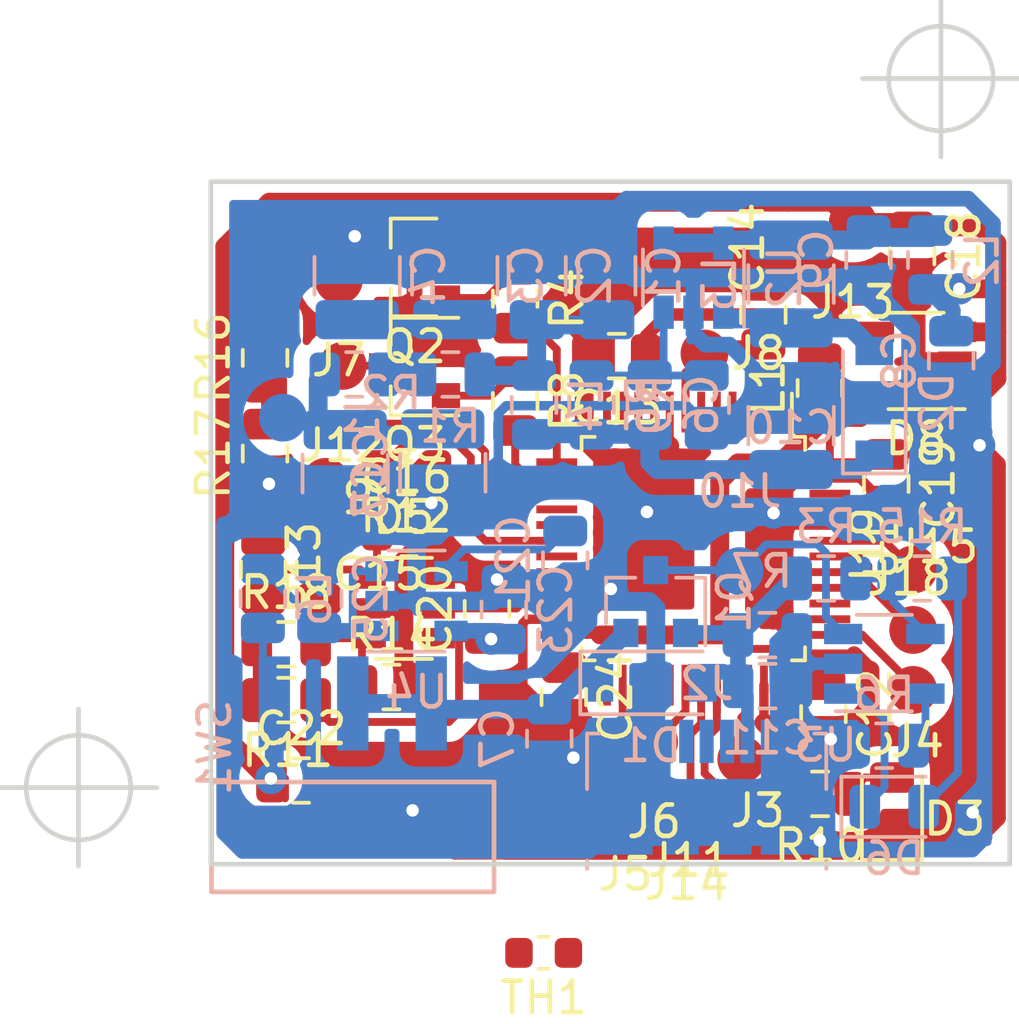
<source format=kicad_pcb>
(kicad_pcb (version 20171130) (host pcbnew 5.1.8+dfsg1-1~bpo10+1)
  (layers (0 F.Cu signal) (31 B.Cu signal) (34 B.Paste user) (35 F.Paste user hide) (36 B.SilkS user) (37 F.SilkS user) (38 B.Mask user) (39 F.Mask user) (44 Edge.Cuts user))
  (net 0 "")
  (net 1 GND)
  (net 2 "Net-(C9-Pad1)")
  (net 3 "Net-(C15-Pad1)")
  (net 4 "Net-(D2-Pad2)")
  (net 5 "Net-(C10-Pad1)")
  (net 6 +3V3)
  (net 7 "Net-(C1-Pad1)")
  (net 8 "Net-(C3-Pad1)")
  (net 9 "Net-(C6-Pad2)")
  (net 10 "Net-(C14-Pad1)")
  (net 11 "Net-(C16-Pad1)")
  (net 12 "Net-(D3-Pad2)")
  (net 13 "Net-(J10-Pad1)")
  (net 14 "Net-(R6-Pad1)")
  (net 15 "Net-(D6-Pad1)")
  (net 16 "Net-(D6-Pad2)")
  (net 17 "Net-(R15-Pad2)")
  (net 18 "Net-(C7-Pad1)")
  (net 19 +5V)
  (net 20 +3.3VADC)
  (net 21 "Net-(C21-Pad1)")
  (net 22 "Net-(C25-Pad1)")
  (net 23 "Net-(C17-Pad1)")
  (net 24 "Net-(D5-Pad5)")
  (net 25 "Net-(J7-Pad1)")
  (net 26 "Net-(J12-Pad1)")
  (net 27 "Net-(Q2-Pad1)")
  (net 28 "Net-(Q3-Pad1)")
  (net 29 "Net-(R11-Pad1)")
  (net 30 "Net-(C15-Pad2)")
  (net 31 "Net-(C11-Pad1)")
  (net 32 "Net-(J3-Pad1)")
  (net 33 "Net-(J4-Pad1)")
  (net 34 "Net-(J18-Pad1)")
  (net 35 "Net-(J19-Pad1)")
  (net 36 "Net-(R4-Pad2)")
  (net 37 "Net-(R8-Pad2)")
  (net 38 "Net-(R10-Pad2)")
  (net 39 "Net-(R16-Pad1)")
  (net 40 +3.3VA)
  (net 41 uart_rxd)
  (net 42 uart_txd)
  (net 43 "Net-(D4-Pad11)")
  (module My-library:SMD-CONN (layer F.Cu) (at 46.08576 77.89672)
    (fp_text reference J15 (at 0 2.54) (layer F.SilkS))
    (fp_text value +BT)
    (pad 1 smd circle (at 0 0) (size 1.524 1.524) (layers F.Cu F.Paste F.Mask) (net 6 +3V3))
  )
  (module My-library:SMD-CONN (layer F.Cu) (at 38.1254 88.63076)
    (fp_text reference J14 (at 0 2.54) (layer F.SilkS))
    (fp_text value RxD)
    (pad 1 smd circle (at 0 0) (size 1.524 1.524) (layers F.Cu F.Paste F.Mask) (net 41 uart_rxd))
  )
  (module My-library:SMD-CONN (layer F.Cu) (at 37.09416 86.65464)
    (fp_text reference J6 (at 0 2.54) (layer F.SilkS))
    (fp_text value TxD)
    (pad 1 smd circle (at 0 0) (size 1.524 1.524) (layers F.Cu F.Paste F.Mask) (net 42 uart_txd))
  )
  (module My-library:SMD-CONN (layer F.Cu) (at 36.18484 88.33104)
    (fp_text reference J5 (at 0 2.54) (layer F.SilkS))
    (fp_text value Stat)
    (pad 1 smd circle (at 0 0) (size 1.524 1.524) (layers F.Cu F.Paste F.Mask) (net 43 "Net-(D4-Pad11)"))
  )
  (module Capacitor_SMD:C_0805_2012Metric (layer F.Cu) (at 25.8445 87.884)
    (fp_text reference C22 (at 0 -1.65) (layer F.SilkS))
    (fp_text value CL21A226MQQNNNE)
    (pad 2 smd roundrect (at 0.9375 0) (size 0.975 1.4) (layers F.Cu F.Paste F.Mask) (net 1 GND))
    (pad 1 smd roundrect (at -0.9375 0) (size 0.975 1.4) (layers F.Cu F.Paste F.Mask) (net 19 +5V))
  )
  (module Resistor_SMD:R_0603_1608Metric (layer F.Cu) (at 33.5788 93.37548 180)
    (fp_text reference TH1 (at 0 -1.43) (layer F.SilkS))
    (fp_text value NCP18XH103F03RB)
    (pad 2 smd roundrect (at 0.7875 0 180) (size 0.875 0.95) (layers F.Cu F.Paste F.Mask))
    (pad 1 smd roundrect (at -0.7875 0 180) (size 0.875 0.95) (layers F.Cu F.Paste F.Mask))
  )
  (module Package_QFP:LQFP-48_7x7mm_P0.5mm (layer F.Cu) (at 38.34384 80.49768 270)
    (fp_text reference U1 (at 0 -6 90) (layer F.SilkS))
    (fp_text value STM32F103C8Tx)
    (pad 48 smd rect (at -2.75 -4.35) (size 1.3 0.25) (layers F.Cu F.Paste F.Mask) (net 6 +3V3))
    (pad 47 smd rect (at -2.25 -4.35) (size 1.3 0.25) (layers F.Cu F.Paste F.Mask) (net 1 GND))
    (pad 46 smd rect (at -1.75 -4.35) (size 1.3 0.25) (layers F.Cu F.Paste F.Mask))
    (pad 45 smd rect (at -1.25 -4.35) (size 1.3 0.25) (layers F.Cu F.Paste F.Mask))
    (pad 44 smd rect (at -0.75 -4.35) (size 1.3 0.25) (layers F.Cu F.Paste F.Mask) (net 1 GND))
    (pad 43 smd rect (at -0.25 -4.35) (size 1.3 0.25) (layers F.Cu F.Paste F.Mask) (net 35 "Net-(J19-Pad1)"))
    (pad 42 smd rect (at 0.25 -4.35) (size 1.3 0.25) (layers F.Cu F.Paste F.Mask) (net 34 "Net-(J18-Pad1)"))
    (pad 41 smd rect (at 0.75 -4.35) (size 1.3 0.25) (layers F.Cu F.Paste F.Mask))
    (pad 40 smd rect (at 1.25 -4.35) (size 1.3 0.25) (layers F.Cu F.Paste F.Mask))
    (pad 39 smd rect (at 1.75 -4.35) (size 1.3 0.25) (layers F.Cu F.Paste F.Mask))
    (pad 38 smd rect (at 2.25 -4.35) (size 1.3 0.25) (layers F.Cu F.Paste F.Mask))
    (pad 37 smd rect (at 2.75 -4.35) (size 1.3 0.25) (layers F.Cu F.Paste F.Mask) (net 33 "Net-(J4-Pad1)"))
    (pad 36 smd rect (at 4.35 -2.75 270) (size 1.3 0.25) (layers F.Cu F.Paste F.Mask) (net 6 +3V3))
    (pad 35 smd rect (at 4.35 -2.25 270) (size 1.3 0.25) (layers F.Cu F.Paste F.Mask) (net 1 GND))
    (pad 34 smd rect (at 4.35 -1.75 270) (size 1.3 0.25) (layers F.Cu F.Paste F.Mask) (net 32 "Net-(J3-Pad1)"))
    (pad 33 smd rect (at 4.35 -1.25 270) (size 1.3 0.25) (layers F.Cu F.Paste F.Mask))
    (pad 32 smd rect (at 4.35 -0.75 270) (size 1.3 0.25) (layers F.Cu F.Paste F.Mask) (net 38 "Net-(R10-Pad2)"))
    (pad 31 smd rect (at 4.35 -0.25 270) (size 1.3 0.25) (layers F.Cu F.Paste F.Mask) (net 41 uart_rxd))
    (pad 30 smd rect (at 4.35 0.25 270) (size 1.3 0.25) (layers F.Cu F.Paste F.Mask) (net 42 uart_txd))
    (pad 29 smd rect (at 4.35 0.75 270) (size 1.3 0.25) (layers F.Cu F.Paste F.Mask))
    (pad 28 smd rect (at 4.35 1.25 270) (size 1.3 0.25) (layers F.Cu F.Paste F.Mask))
    (pad 27 smd rect (at 4.35 1.75 270) (size 1.3 0.25) (layers F.Cu F.Paste F.Mask))
    (pad 26 smd rect (at 4.35 2.25 270) (size 1.3 0.25) (layers F.Cu F.Paste F.Mask) (net 43 "Net-(D4-Pad11)"))
    (pad 25 smd rect (at 4.35 2.75 270) (size 1.3 0.25) (layers F.Cu F.Paste F.Mask))
    (pad 24 smd rect (at 2.75 4.35) (size 1.3 0.25) (layers F.Cu F.Paste F.Mask) (net 6 +3V3))
    (pad 23 smd rect (at 2.25 4.35) (size 1.3 0.25) (layers F.Cu F.Paste F.Mask) (net 1 GND))
    (pad 22 smd rect (at 1.75 4.35) (size 1.3 0.25) (layers F.Cu F.Paste F.Mask) (net 24 "Net-(D5-Pad5)"))
    (pad 21 smd rect (at 1.25 4.35) (size 1.3 0.25) (layers F.Cu F.Paste F.Mask))
    (pad 20 smd rect (at 0.75 4.35) (size 1.3 0.25) (layers F.Cu F.Paste F.Mask))
    (pad 19 smd rect (at 0.25 4.35) (size 1.3 0.25) (layers F.Cu F.Paste F.Mask))
    (pad 18 smd rect (at -0.25 4.35) (size 1.3 0.25) (layers F.Cu F.Paste F.Mask) (net 30 "Net-(C15-Pad2)"))
    (pad 17 smd rect (at -0.75 4.35) (size 1.3 0.25) (layers F.Cu F.Paste F.Mask))
    (pad 16 smd rect (at -1.25 4.35) (size 1.3 0.25) (layers F.Cu F.Paste F.Mask))
    (pad 15 smd rect (at -1.75 4.35) (size 1.3 0.25) (layers F.Cu F.Paste F.Mask) (net 39 "Net-(R16-Pad1)"))
    (pad 14 smd rect (at -2.25 4.35) (size 1.3 0.25) (layers F.Cu F.Paste F.Mask) (net 37 "Net-(R8-Pad2)"))
    (pad 13 smd rect (at -2.75 4.35) (size 1.3 0.25) (layers F.Cu F.Paste F.Mask) (net 36 "Net-(R4-Pad2)"))
    (pad 12 smd rect (at -4.35 2.75 270) (size 1.3 0.25) (layers F.Cu F.Paste F.Mask))
    (pad 11 smd rect (at -4.35 2.25 270) (size 1.3 0.25) (layers F.Cu F.Paste F.Mask))
    (pad 10 smd rect (at -4.35 1.75 270) (size 1.3 0.25) (layers F.Cu F.Paste F.Mask))
    (pad 9 smd rect (at -4.35 1.25 270) (size 1.3 0.25) (layers F.Cu F.Paste F.Mask) (net 40 +3.3VA))
    (pad 8 smd rect (at -4.35 0.75 270) (size 1.3 0.25) (layers F.Cu F.Paste F.Mask) (net 1 GND))
    (pad 7 smd rect (at -4.35 0.25 270) (size 1.3 0.25) (layers F.Cu F.Paste F.Mask) (net 10 "Net-(C14-Pad1)"))
    (pad 6 smd rect (at -4.35 -0.25 270) (size 1.3 0.25) (layers F.Cu F.Paste F.Mask))
    (pad 5 smd rect (at -4.35 -0.75 270) (size 1.3 0.25) (layers F.Cu F.Paste F.Mask))
    (pad 4 smd rect (at -4.35 -1.25 270) (size 1.3 0.25) (layers F.Cu F.Paste F.Mask))
    (pad 3 smd rect (at -4.35 -1.75 270) (size 1.3 0.25) (layers F.Cu F.Paste F.Mask))
    (pad 2 smd rect (at -4.35 -2.25 270) (size 1.3 0.25) (layers F.Cu F.Paste F.Mask))
    (pad 1 smd rect (at -4.35 -2.75 270) (size 1.3 0.25) (layers F.Cu F.Paste F.Mask) (net 6 +3V3))
  )
  (module Inductor_SMD:L_0805_2012Metric (layer F.Cu) (at 42.37736 75.38212 90)
    (fp_text reference L1 (at 0 -1.65 90) (layer F.SilkS))
    (fp_text value 47uH)
    (pad 2 smd roundrect (at 0.9375 0 90) (size 0.975 1.4) (layers F.Cu F.Paste F.Mask) (net 40 +3.3VA))
    (pad 1 smd roundrect (at -0.9375 0 90) (size 0.975 1.4) (layers F.Cu F.Paste F.Mask) (net 6 +3V3))
  )
  (module Capacitor_SMD:C_0805_2012Metric (layer F.Cu) (at 44.49064 78.4352 270)
    (fp_text reference C19 (at 0 -1.65 90) (layer F.SilkS))
    (fp_text value CL21A226MQQNNNE)
    (pad 2 smd roundrect (at 0.9375 0 270) (size 0.975 1.4) (layers F.Cu F.Paste F.Mask) (net 1 GND))
    (pad 1 smd roundrect (at -0.9375 0 270) (size 0.975 1.4) (layers F.Cu F.Paste F.Mask) (net 6 +3V3))
  )
  (module Capacitor_SMD:C_0805_2012Metric (layer F.Cu) (at 29.20492 79.8576)
    (fp_text reference C16 (at 0 -1.65) (layer F.SilkS))
    (fp_text value 10nF)
    (pad 1 smd roundrect (at -0.9375 0) (size 0.975 1.4) (layers F.Cu F.Paste F.Mask) (net 11 "Net-(C16-Pad1)"))
    (pad 2 smd roundrect (at 0.9375 0) (size 0.975 1.4) (layers F.Cu F.Paste F.Mask) (net 1 GND))
  )
  (module Capacitor_SMD:C_0805_2012Metric (layer F.Cu) (at 45.3136 71.18604 270)
    (fp_text reference C18 (at 0 -1.65 90) (layer F.SilkS))
    (fp_text value CL21A226MQQNNNE)
    (pad 2 smd roundrect (at 0.9375 0 270) (size 0.975 1.4) (layers F.Cu F.Paste F.Mask) (net 1 GND))
    (pad 1 smd roundrect (at -0.9375 0 270) (size 0.975 1.4) (layers F.Cu F.Paste F.Mask) (net 19 +5V))
  )
  (module Capacitor_SMD:C_0805_2012Metric (layer F.Cu) (at 35.90544 74.36612 180)
    (fp_text reference C13 (at 0 -1.65) (layer F.SilkS))
    (fp_text value CL21A226MQQNNNE)
    (pad 2 smd roundrect (at 0.9375 0 180) (size 0.975 1.4) (layers F.Cu F.Paste F.Mask) (net 1 GND))
    (pad 1 smd roundrect (at -0.9375 0 180) (size 0.975 1.4) (layers F.Cu F.Paste F.Mask) (net 40 +3.3VA))
  )
  (module Capacitor_SMD:C_0805_2012Metric (layer F.Cu) (at 26.42108 81.1657 90)
    (fp_text reference C15 (at -0.13438 1.89484) (layer F.SilkS))
    (fp_text value 470pF)
    (pad 2 smd roundrect (at 0.9375 0 90) (size 0.975 1.4) (layers F.Cu F.Paste F.Mask) (net 30 "Net-(C15-Pad2)"))
    (pad 1 smd roundrect (at -0.9375 0 90) (size 0.975 1.4) (layers F.Cu F.Paste F.Mask) (net 3 "Net-(C15-Pad1)"))
  )
  (module Resistor_SMD:R_0805_2012Metric (layer F.Cu) (at 25.3746 83.54568)
    (fp_text reference R18 (at 0 -1.65) (layer F.SilkS))
    (fp_text value 220)
    (pad 2 smd roundrect (at 0.9375 0) (size 0.975 1.4) (layers F.Cu F.Paste F.Mask) (net 3 "Net-(C15-Pad1)"))
    (pad 1 smd roundrect (at -0.9375 0) (size 0.975 1.4) (layers F.Cu F.Paste F.Mask) (net 29 "Net-(R11-Pad1)"))
  )
  (module My-library:MySwithc (layer B.Cu) (at 27.4955 86.9315 90)
    (fp_text reference SW1 (at 0.1 -4.4 90) (layer B.SilkS) (effects (justify mirror)))
    (fp_text value power)
    (pad 3 smd rect (at 1.5 -2.5 90) (size 3 1) (layers B.Cu B.Paste B.Mask) (net 19 +5V))
    (pad 2 smd rect (at 1.5 0 90) (size 3 1) (layers B.Cu B.Paste B.Mask) (net 18 "Net-(C7-Pad1)"))
    (pad 1 smd rect (at 1.5 2.5 90) (size 3 1) (layers B.Cu B.Paste B.Mask) (net 18 "Net-(C7-Pad1)"))
  )
  (module Resistor_SMD:R_0805_2012Metric (layer F.Cu) (at 24.7015 77.47 90)
    (fp_text reference R17 (at 0 -1.65 90) (layer F.SilkS))
    (fp_text value 10k)
    (pad 2 smd roundrect (at 0.9375 0 90) (size 0.975 1.4) (layers F.Cu F.Paste F.Mask) (net 39 "Net-(R16-Pad1)"))
    (pad 1 smd roundrect (at -0.9375 0 90) (size 0.975 1.4) (layers F.Cu F.Paste F.Mask) (net 1 GND))
  )
  (module Resistor_SMD:R_0805_2012Metric (layer F.Cu) (at 24.7015 74.422 90)
    (fp_text reference R16 (at 0 -1.65 90) (layer F.SilkS))
    (fp_text value 10k)
    (pad 2 smd roundrect (at 0.9375 0 90) (size 0.975 1.4) (layers F.Cu F.Paste F.Mask) (net 19 +5V))
    (pad 1 smd roundrect (at -0.9375 0 90) (size 0.975 1.4) (layers F.Cu F.Paste F.Mask) (net 39 "Net-(R16-Pad1)"))
  )
  (module Resistor_SMD:R_0805_2012Metric (layer F.Cu) (at 32.66948 75.79868 270)
    (fp_text reference R8 (at 0 -1.65 90) (layer F.SilkS))
    (fp_text value 10k)
    (pad 2 smd roundrect (at 0.9375 0 270) (size 0.975 1.4) (layers F.Cu F.Paste F.Mask) (net 37 "Net-(R8-Pad2)"))
    (pad 1 smd roundrect (at -0.9375 0 270) (size 0.975 1.4) (layers F.Cu F.Paste F.Mask) (net 28 "Net-(Q3-Pad1)"))
  )
  (module Resistor_SMD:R_0805_2012Metric (layer F.Cu) (at 32.66948 72.53732 270)
    (fp_text reference R4 (at 0 -1.65 90) (layer F.SilkS))
    (fp_text value 10k)
    (pad 2 smd roundrect (at 0.9375 0 270) (size 0.975 1.4) (layers F.Cu F.Paste F.Mask) (net 36 "Net-(R4-Pad2)"))
    (pad 1 smd roundrect (at -0.9375 0 270) (size 0.975 1.4) (layers F.Cu F.Paste F.Mask) (net 27 "Net-(Q2-Pad1)"))
  )
  (module Package_TO_SOT_SMD:SOT-23 (layer F.Cu) (at 29.464 74.676 180)
    (fp_text reference Q3 (at 0 -2.5) (layer F.SilkS))
    (fp_text value KT231)
    (pad 3 smd rect (at 1 0 180) (size 0.9 0.8) (layers F.Cu F.Paste F.Mask) (net 26 "Net-(J12-Pad1)"))
    (pad 2 smd rect (at -1 0.95 180) (size 0.9 0.8) (layers F.Cu F.Paste F.Mask) (net 1 GND))
    (pad 1 smd rect (at -1 -0.95 180) (size 0.9 0.8) (layers F.Cu F.Paste F.Mask) (net 28 "Net-(Q3-Pad1)"))
  )
  (module Package_TO_SOT_SMD:SOT-23 (layer F.Cu) (at 29.464 71.5645 180)
    (fp_text reference Q2 (at 0 -2.5) (layer F.SilkS))
    (fp_text value KT231)
    (pad 3 smd rect (at 1 0 180) (size 0.9 0.8) (layers F.Cu F.Paste F.Mask) (net 25 "Net-(J7-Pad1)"))
    (pad 2 smd rect (at -1 0.95 180) (size 0.9 0.8) (layers F.Cu F.Paste F.Mask) (net 1 GND))
    (pad 1 smd rect (at -1 -0.95 180) (size 0.9 0.8) (layers F.Cu F.Paste F.Mask) (net 27 "Net-(Q2-Pad1)"))
  )
  (module My-library:SMD-CONN (layer F.Cu) (at 43.42384 70.10908)
    (fp_text reference J13 (at 0 2.54) (layer F.SilkS))
    (fp_text value +BAT)
    (pad 1 smd circle (at 0 0) (size 1.524 1.524) (layers F.Cu F.Paste F.Mask) (net 19 +5V))
  )
  (module My-library:SMD-CONN (layer F.Cu) (at 27.178 74.676)
    (fp_text reference J12 (at 0 2.54) (layer F.SilkS))
    (fp_text value Buzzer)
    (pad 1 smd circle (at 0 0) (size 1.524 1.524) (layers F.Cu F.Paste F.Mask) (net 26 "Net-(J12-Pad1)"))
  )
  (module My-library:SMD-CONN (layer F.Cu) (at 27.051 71.9455)
    (fp_text reference J7 (at 0 2.54) (layer F.SilkS))
    (fp_text value Vibro)
    (pad 1 smd circle (at 0 0) (size 1.524 1.524) (layers F.Cu F.Paste F.Mask) (net 25 "Net-(J7-Pad1)"))
  )
  (module Capacitor_SMD:C_0805_2012Metric (layer B.Cu) (at 26.42616 82.08772 90)
    (fp_text reference C25 (at 0 1.65 90) (layer B.SilkS) (effects (justify mirror)))
    (fp_text value CL21A226MQQNNNE)
    (pad 1 smd roundrect (at -0.9375 0 90) (size 0.975 1.4) (layers B.Cu B.Paste B.Mask) (net 22 "Net-(C25-Pad1)"))
    (pad 2 smd roundrect (at 0.9375 0 90) (size 0.975 1.4) (layers B.Cu B.Paste B.Mask) (net 1 GND))
  )
  (module Package_TO_SOT_SMD:SOT-23-5 (layer B.Cu) (at 38.34892 71.86676 90)
    (fp_text reference U2 (at 0 2.9 90) (layer B.SilkS) (effects (justify mirror)))
    (fp_text value LM2733YMF)
    (pad 1 smd rect (at -1.1 0.95 90) (size 1.06 0.65) (layers B.Cu B.Paste B.Mask) (net 4 "Net-(D2-Pad2)"))
    (pad 2 smd rect (at -1.1 0 90) (size 1.06 0.65) (layers B.Cu B.Paste B.Mask) (net 1 GND))
    (pad 3 smd rect (at -1.1 -0.95 90) (size 1.06 0.65) (layers B.Cu B.Paste B.Mask) (net 9 "Net-(C6-Pad2)"))
    (pad 4 smd rect (at 1.1 -0.95 90) (size 1.06 0.65) (layers B.Cu B.Paste B.Mask) (net 2 "Net-(C9-Pad1)"))
    (pad 5 smd rect (at 1.1 0.95 90) (size 1.06 0.65) (layers B.Cu B.Paste B.Mask) (net 2 "Net-(C9-Pad1)"))
  )
  (module Inductor_SMD:L_0805_2012Metric (layer B.Cu) (at 24.63292 82.08772 90)
    (fp_text reference L6 (at 0 1.65 90) (layer B.SilkS) (effects (justify mirror)))
    (fp_text value 47uH)
    (pad 1 smd roundrect (at -0.9375 0 90) (size 0.975 1.4) (layers B.Cu B.Paste B.Mask) (net 19 +5V))
    (pad 2 smd roundrect (at 0.9375 0 90) (size 0.975 1.4) (layers B.Cu B.Paste B.Mask) (net 22 "Net-(C25-Pad1)"))
  )
  (module Package_TO_SOT_SMD:SOT-23-5 (layer B.Cu) (at 29.52496 82.169)
    (fp_text reference U4 (at 0 2.9 -180) (layer B.SilkS) (effects (justify mirror)))
    (fp_text value LP2985-3)
    (pad 1 smd rect (at -1.1 0.95) (size 1.06 0.65) (layers B.Cu B.Paste B.Mask) (net 22 "Net-(C25-Pad1)"))
    (pad 2 smd rect (at -1.1 0) (size 1.06 0.65) (layers B.Cu B.Paste B.Mask) (net 1 GND))
    (pad 3 smd rect (at -1.1 -0.95) (size 1.06 0.65) (layers B.Cu B.Paste B.Mask) (net 22 "Net-(C25-Pad1)"))
    (pad 4 smd rect (at 1.1 -0.95) (size 1.06 0.65) (layers B.Cu B.Paste B.Mask) (net 21 "Net-(C21-Pad1)"))
    (pad 5 smd rect (at 1.1 0.95) (size 1.06 0.65) (layers B.Cu B.Paste B.Mask) (net 20 +3.3VADC))
  )
  (module Package_TO_SOT_SMD:SOT-23 (layer B.Cu) (at 37.14496 82.18424 90)
    (fp_text reference Q1 (at 0 2.5 270) (layer B.SilkS) (effects (justify mirror)))
    (fp_text value IRLML5203)
    (pad 1 smd rect (at -1 0.95 90) (size 0.9 0.8) (layers B.Cu B.Paste B.Mask) (net 31 "Net-(C11-Pad1)"))
    (pad 2 smd rect (at -1 -0.95 90) (size 0.9 0.8) (layers B.Cu B.Paste B.Mask) (net 18 "Net-(C7-Pad1)"))
    (pad 3 smd rect (at 1 0 90) (size 0.9 0.8) (layers B.Cu B.Paste B.Mask) (net 13 "Net-(J10-Pad1)"))
  )
  (module Resistor_SMD:R_0805_2012Metric (layer F.Cu) (at 28.7274 84.90712)
    (fp_text reference R14 (at 0 -1.65) (layer F.SilkS))
    (fp_text value 12k)
    (pad 2 smd roundrect (at 0.9375 0) (size 0.975 1.4) (layers F.Cu F.Paste F.Mask) (net 1 GND))
    (pad 1 smd roundrect (at -0.9375 0) (size 0.975 1.4) (layers F.Cu F.Paste F.Mask) (net 3 "Net-(C15-Pad1)"))
  )
  (module My-library:SMD-CONN (layer F.Cu) (at 45.34916 84.99856)
    (fp_text reference J4 (at 0.125 1.625) (layer F.SilkS))
    (fp_text value SWCLK)
    (pad 1 smd circle (at 0 0) (size 1.524 1.524) (layers F.Cu F.Paste F.Mask) (net 33 "Net-(J4-Pad1)"))
  )
  (module My-library:SMD-CONN (layer F.Cu) (at 39.87292 87.21344)
    (fp_text reference J3 (at 0.52324 1.63068) (layer F.SilkS))
    (fp_text value SWDIO)
    (pad 1 smd circle (at 0 0) (size 1.524 1.524) (layers F.Cu F.Paste F.Mask) (net 32 "Net-(J3-Pad1)"))
  )
  (module Resistor_SMD:R_0805_2012Metric (layer B.Cu) (at 38.77056 75.9206 270)
    (fp_text reference R9 (at 0 1.65 90) (layer B.SilkS) (effects (justify mirror)))
    (fp_text value 13k)
    (pad 1 smd roundrect (at -0.9375 0 270) (size 0.975 1.4) (layers B.Cu B.Paste B.Mask) (net 9 "Net-(C6-Pad2)"))
    (pad 2 smd roundrect (at 0.9375 0 270) (size 0.975 1.4) (layers B.Cu B.Paste B.Mask) (net 1 GND))
  )
  (module Package_TO_SOT_SMD:TSOT-23-5 (layer B.Cu) (at 44.42904 84.16798)
    (fp_text reference U3 (at -1.87388 2.59084) (layer B.SilkS) (effects (justify mirror)))
    (fp_text value LTC4054ES5-4.2)
    (pad 1 smd rect (at -1.31 0.95) (size 1.22 0.65) (layers B.Cu B.Paste B.Mask) (net 15 "Net-(D6-Pad1)"))
    (pad 2 smd rect (at -1.31 0) (size 1.22 0.65) (layers B.Cu B.Paste B.Mask) (net 1 GND))
    (pad 3 smd rect (at -1.31 -0.95) (size 1.22 0.65) (layers B.Cu B.Paste B.Mask) (net 13 "Net-(J10-Pad1)"))
    (pad 4 smd rect (at 1.31 -0.95) (size 1.22 0.65) (layers B.Cu B.Paste B.Mask) (net 17 "Net-(R15-Pad2)"))
    (pad 5 smd rect (at 1.31 0.95) (size 1.22 0.65) (layers B.Cu B.Paste B.Mask) (net 14 "Net-(R6-Pad1)"))
  )
  (module LED_SMD:LED_0805_2012Metric (layer F.Cu) (at 44.67352 88.72728 90)
    (fp_text reference D3 (at -0.38378 1.99644 180) (layer F.SilkS))
    (fp_text value LED)
    (pad 1 smd roundrect (at -0.9375 0 90) (size 0.975 1.4) (layers F.Cu F.Paste F.Mask) (net 1 GND))
    (pad 2 smd roundrect (at 0.9375 0 90) (size 0.975 1.4) (layers F.Cu F.Paste F.Mask) (net 12 "Net-(D3-Pad2)"))
  )
  (module Resistor_SMD:R_0805_2012Metric (layer F.Cu) (at 42.38244 88.31072 180)
    (fp_text reference R10 (at 0 -1.65) (layer F.SilkS))
    (fp_text value 1k)
    (pad 1 smd roundrect (at -0.9375 0 180) (size 0.975 1.4) (layers F.Cu F.Paste F.Mask) (net 12 "Net-(D3-Pad2)"))
    (pad 2 smd roundrect (at 0.9375 0 180) (size 0.975 1.4) (layers F.Cu F.Paste F.Mask) (net 38 "Net-(R10-Pad2)"))
  )
  (module Resistor_SMD:R_0805_2012Metric (layer F.Cu) (at 25.3746 85.32368)
    (fp_text reference R11 (at 0.04294 1.60528) (layer F.SilkS))
    (fp_text value 100k)
    (pad 2 smd roundrect (at 0.9375 0) (size 0.975 1.4) (layers F.Cu F.Paste F.Mask) (net 20 +3.3VADC))
    (pad 1 smd roundrect (at -0.9375 0) (size 0.975 1.4) (layers F.Cu F.Paste F.Mask) (net 29 "Net-(R11-Pad1)"))
  )
  (module Resistor_SMD:R_0805_2012Metric (layer F.Cu) (at 29.20492 78.05928)
    (fp_text reference R12 (at -0.016079 1.397656 180) (layer F.SilkS))
    (fp_text value 2.2k)
    (pad 1 smd roundrect (at -0.9375 0) (size 0.975 1.4) (layers F.Cu F.Paste F.Mask) (net 30 "Net-(C15-Pad2)"))
    (pad 2 smd roundrect (at 0.9375 0) (size 0.975 1.4) (layers F.Cu F.Paste F.Mask) (net 1 GND))
  )
  (module Capacitor_SMD:C_1210_3225Metric (layer B.Cu) (at 27.2542 78.10754 270)
    (fp_text reference C5 (at 0.506302 -0.773741 90) (layer B.SilkS) (effects (justify mirror)))
    (fp_text value GRM32ER71H106K)
    (pad 2 smd roundrect (at 1.4 0 270) (size 1.25 2.65) (layers B.Cu B.Paste B.Mask) (roundrect_rratio 0.2) (net 1 GND))
    (pad 1 smd roundrect (at -1.4 0 270) (size 1.25 2.65) (layers B.Cu B.Paste B.Mask) (roundrect_rratio 0.2) (net 23 "Net-(C17-Pad1)"))
  )
  (module Capacitor_SMD:C_0805_2012Metric (layer B.Cu) (at 36.957 75.92084 90)
    (fp_text reference C6 (at 0 1.65 -90) (layer B.SilkS) (effects (justify mirror)))
    (fp_text value 82pF)
    (pad 2 smd roundrect (at 0.9375 0 90) (size 0.975 1.4) (layers B.Cu B.Paste B.Mask) (net 9 "Net-(C6-Pad2)"))
    (pad 1 smd roundrect (at -0.9375 0 90) (size 0.975 1.4) (layers B.Cu B.Paste B.Mask) (net 5 "Net-(C10-Pad1)"))
  )
  (module Capacitor_SMD:C_1210_3225Metric (layer B.Cu) (at 41.45788 76.581 90)
    (fp_text reference C10 (at -0.0665 0) (layer B.SilkS) (effects (justify mirror)))
    (fp_text value GRM32ER71H106K)
    (pad 1 smd roundrect (at -1.4 0 90) (size 1.25 2.65) (layers B.Cu B.Paste B.Mask) (roundrect_rratio 0.2) (net 5 "Net-(C10-Pad1)"))
    (pad 2 smd roundrect (at 1.4 0 90) (size 1.25 2.65) (layers B.Cu B.Paste B.Mask) (roundrect_rratio 0.2) (net 1 GND))
  )
  (module Diode_SMD:D_SOD-123 (layer B.Cu) (at 36.99256 84.77504)
    (fp_text reference D1 (at 0 2) (layer B.SilkS) (effects (justify mirror)))
    (fp_text value MBR0520LT)
    (pad 1 smd rect (at -1.65 0) (size 0.9 1.2) (layers B.Cu B.Paste B.Mask) (net 18 "Net-(C7-Pad1)"))
    (pad 2 smd rect (at 1.65 0) (size 0.9 1.2) (layers B.Cu B.Paste B.Mask) (net 31 "Net-(C11-Pad1)"))
  )
  (module Diode_SMD:D_SOD-123 (layer B.Cu) (at 44.10964 75.85456 90)
    (fp_text reference D2 (at 0 2 90) (layer B.SilkS) (effects (justify mirror)))
    (fp_text value MBR0540LT)
    (pad 2 smd rect (at 1.65 0 90) (size 0.9 1.2) (layers B.Cu B.Paste B.Mask) (net 4 "Net-(D2-Pad2)"))
    (pad 1 smd rect (at -1.65 0 90) (size 0.9 1.2) (layers B.Cu B.Paste B.Mask) (net 5 "Net-(C10-Pad1)"))
  )
  (module Resistor_SMD:R_0805_2012Metric (layer B.Cu) (at 30.607 74.95032)
    (fp_text reference R1 (at 0 1.65) (layer B.SilkS) (effects (justify mirror)))
    (fp_text value 100)
    (pad 1 smd roundrect (at -0.9375 0) (size 0.975 1.4) (layers B.Cu B.Paste B.Mask) (net 8 "Net-(C3-Pad1)"))
    (pad 2 smd roundrect (at 0.9375 0) (size 0.975 1.4) (layers B.Cu B.Paste B.Mask) (net 7 "Net-(C1-Pad1)"))
  )
  (module Resistor_SMD:R_0805_2012Metric (layer B.Cu) (at 27.54376 74.95032)
    (fp_text reference R2 (at 1.166002 0.597859 180) (layer B.SilkS) (effects (justify mirror)))
    (fp_text value 1k)
    (pad 1 smd roundrect (at -0.9375 0) (size 0.975 1.4) (layers B.Cu B.Paste B.Mask) (net 23 "Net-(C17-Pad1)"))
    (pad 2 smd roundrect (at 0.9375 0) (size 0.975 1.4) (layers B.Cu B.Paste B.Mask) (net 8 "Net-(C3-Pad1)"))
  )
  (module Resistor_SMD:R_0805_2012Metric (layer B.Cu) (at 42.57548 81.44764 180)
    (fp_text reference R3 (at 0 1.65) (layer B.SilkS) (effects (justify mirror)))
    (fp_text value 1R)
    (pad 2 smd roundrect (at 0.9375 0 180) (size 0.975 1.4) (layers B.Cu B.Paste B.Mask) (net 31 "Net-(C11-Pad1)"))
    (pad 1 smd roundrect (at -0.9375 0 180) (size 0.975 1.4) (layers B.Cu B.Paste B.Mask) (net 17 "Net-(R15-Pad2)"))
  )
  (module Resistor_SMD:R_0805_2012Metric (layer B.Cu) (at 35.10026 75.92084 90)
    (fp_text reference R5 (at 0 1.65 -90) (layer B.SilkS) (effects (justify mirror)))
    (fp_text value 300k)
    (pad 1 smd roundrect (at -0.9375 0 90) (size 0.975 1.4) (layers B.Cu B.Paste B.Mask) (net 5 "Net-(C10-Pad1)"))
    (pad 2 smd roundrect (at 0.9375 0 90) (size 0.975 1.4) (layers B.Cu B.Paste B.Mask) (net 9 "Net-(C6-Pad2)"))
  )
  (module Resistor_SMD:R_0805_2012Metric (layer B.Cu) (at 44.4246 86.77656 180)
    (fp_text reference R6 (at 0 1.65) (layer B.SilkS) (effects (justify mirror)))
    (fp_text value 20k)
    (pad 1 smd roundrect (at -0.9375 0 180) (size 0.975 1.4) (layers B.Cu B.Paste B.Mask) (net 14 "Net-(R6-Pad1)"))
    (pad 2 smd roundrect (at 0.9375 0 180) (size 0.975 1.4) (layers B.Cu B.Paste B.Mask) (net 1 GND))
  )
  (module Resistor_SMD:R_0805_2012Metric (layer B.Cu) (at 40.70374 83.25358)
    (fp_text reference R7 (at -0.1801 -2.032) (layer B.SilkS) (effects (justify mirror)))
    (fp_text value 10k)
    (pad 2 smd roundrect (at 0.9375 0) (size 0.975 1.4) (layers B.Cu B.Paste B.Mask) (net 1 GND))
    (pad 1 smd roundrect (at -0.9375 0) (size 0.975 1.4) (layers B.Cu B.Paste B.Mask) (net 31 "Net-(C11-Pad1)"))
  )
  (module Resistor_SMD:R_0805_2012Metric (layer F.Cu) (at 24.64308 81.1657 270)
    (fp_text reference R13 (at -0.066879 -1.294744 90) (layer F.SilkS))
    (fp_text value 4.7k)
    (pad 1 smd roundrect (at -0.9375 0 270) (size 0.975 1.4) (layers F.Cu F.Paste F.Mask) (net 11 "Net-(C16-Pad1)"))
    (pad 2 smd roundrect (at 0.9375 0 270) (size 0.975 1.4) (layers F.Cu F.Paste F.Mask) (net 29 "Net-(R11-Pad1)"))
  )
  (module LED_SMD:LED_0805_2012Metric (layer B.Cu) (at 44.74464 88.7222)
    (fp_text reference D6 (at 0 1.65 180) (layer B.SilkS) (effects (justify mirror)))
    (fp_text value LED)
    (pad 1 smd roundrect (at -0.9375 0) (size 0.975 1.4) (layers B.Cu B.Paste B.Mask) (net 15 "Net-(D6-Pad1)"))
    (pad 2 smd roundrect (at 0.9375 0) (size 0.975 1.4) (layers B.Cu B.Paste B.Mask) (net 16 "Net-(D6-Pad2)"))
  )
  (module Resistor_SMD:R_0805_2012Metric (layer B.Cu) (at 45.63364 81.44764 180)
    (fp_text reference R15 (at 0 1.65) (layer B.SilkS) (effects (justify mirror)))
    (fp_text value 1k)
    (pad 1 smd roundrect (at -0.9375 0 180) (size 0.975 1.4) (layers B.Cu B.Paste B.Mask) (net 16 "Net-(D6-Pad2)"))
    (pad 2 smd roundrect (at 0.9375 0 180) (size 0.975 1.4) (layers B.Cu B.Paste B.Mask) (net 17 "Net-(R15-Pad2)"))
  )
  (module My-library:SMD-CONN (layer B.Cu) (at 25.273 76.327 270)
    (fp_text reference J1 (at 0 -2.54 90) (layer B.SilkS) (effects (justify mirror)))
    (fp_text value "SiPM Catode(3) 29.6v")
    (pad 1 smd circle (at 0 0 270) (size 1.524 1.524) (layers B.Cu B.Paste B.Mask) (net 23 "Net-(C17-Pad1)"))
  )
  (module My-library:SMD-CONN (layer F.Cu) (at 26.63444 78.3717 90)
    (fp_text reference J9 (at -0.62484 1.26492 90) (layer F.SilkS))
    (fp_text value "SiPM Anode(1)")
    (pad 1 smd circle (at 0 0 90) (size 1.524 1.524) (layers F.Cu F.Paste F.Mask) (net 30 "Net-(C15-Pad2)"))
  )
  (module My-library:SMD-CONN (layer B.Cu) (at 39.81704 81.21396)
    (fp_text reference J10 (at 0 -2.54) (layer B.SilkS) (effects (justify mirror)))
    (fp_text value B+)
    (pad 1 smd circle (at 0 0) (size 1.524 1.524) (layers B.Cu B.Paste B.Mask) (net 13 "Net-(J10-Pad1)"))
  )
  (module My-library:SMD-CONN (layer F.Cu) (at 39.88308 89.5096)
    (fp_text reference J11 (at -1.66116 0.91948) (layer F.SilkS))
    (fp_text value B-)
    (pad 1 smd circle (at 0 0) (size 1.524 1.524) (layers F.Cu F.Paste F.Mask) (net 1 GND))
  )
  (module Capacitor_SMD:C_0805_2012Metric (layer F.Cu) (at 40.57396 73.0504 90)
    (fp_text reference C14 (at 2.12574 -0.50292 90) (layer F.SilkS))
    (fp_text value 0.1uF)
    (pad 1 smd roundrect (at -0.9375 0 90) (size 0.975 1.4) (layers F.Cu F.Paste F.Mask) (net 10 "Net-(C14-Pad1)"))
    (pad 2 smd roundrect (at 0.9375 0 90) (size 0.975 1.4) (layers F.Cu F.Paste F.Mask) (net 1 GND))
  )
  (module My-library:SMD-CONN (layer F.Cu) (at 38.69944 74.28484 180)
    (fp_text reference J8 (at -1.71196 0.00508 180) (layer F.SilkS))
    (fp_text value nRST)
    (pad 1 smd circle (at 0 0 180) (size 1.524 1.524) (layers F.Cu F.Paste F.Mask) (net 10 "Net-(C14-Pad1)"))
  )
  (module My-library:SMD-CONN (layer F.Cu) (at 45.34916 83.08848 180)
    (fp_text reference J18 (at 0.125 1.625 180) (layer F.SilkS))
    (fp_text value I2C-SCL)
    (pad 1 smd circle (at 0 0 180) (size 1.524 1.524) (layers F.Cu F.Paste F.Mask) (net 34 "Net-(J18-Pad1)"))
  )
  (module My-library:SMD-CONN (layer F.Cu) (at 45.34916 81.16316 180)
    (fp_text reference J19 (at 1.45034 0.65278 270) (layer F.SilkS))
    (fp_text value I2C-SDA)
    (pad 1 smd circle (at 0 0 180) (size 1.524 1.524) (layers F.Cu F.Paste F.Mask) (net 35 "Net-(J19-Pad1)"))
  )
  (module Capacitor_SMD:C_0805_2012Metric (layer B.Cu) (at 33.7566 86.55304 270)
    (fp_text reference C7 (at 0 1.65 270) (layer B.SilkS) (effects (justify mirror)))
    (fp_text value CL21A226MQQNNNE)
    (pad 1 smd roundrect (at -0.9375 0 270) (size 0.975 1.4) (layers B.Cu B.Paste B.Mask) (net 18 "Net-(C7-Pad1)"))
    (pad 2 smd roundrect (at 0.9375 0 270) (size 0.975 1.4) (layers B.Cu B.Paste B.Mask) (net 1 GND))
  )
  (module Capacitor_SMD:C_0805_2012Metric (layer B.Cu) (at 40.70834 84.87918)
    (fp_text reference C11 (at 0 1.65) (layer B.SilkS) (effects (justify mirror)))
    (fp_text value CL21A226MQQNNNE)
    (pad 2 smd roundrect (at 0.9375 0) (size 0.975 1.4) (layers B.Cu B.Paste B.Mask) (net 1 GND))
    (pad 1 smd roundrect (at -0.9375 0) (size 0.975 1.4) (layers B.Cu B.Paste B.Mask) (net 31 "Net-(C11-Pad1)"))
  )
  (module Capacitor_SMD:C_0805_2012Metric (layer F.Cu) (at 42.48912 85.77072 270)
    (fp_text reference C12 (at 0 -1.65 90) (layer F.SilkS))
    (fp_text value CL21A226MQQNNNE)
    (pad 2 smd roundrect (at 0.9375 0 270) (size 0.975 1.4) (layers F.Cu F.Paste F.Mask) (net 1 GND))
    (pad 1 smd roundrect (at -0.9375 0 270) (size 0.975 1.4) (layers F.Cu F.Paste F.Mask) (net 6 +3V3))
  )
  (module Inductor_SMD:L_0805_2012Metric (layer B.Cu) (at 45.89272 71.30288 90)
    (fp_text reference L2 (at 0 1.65 270) (layer B.SilkS) (effects (justify mirror)))
    (fp_text value 10uH)
    (pad 2 smd roundrect (at 0.9375 0 90) (size 0.975 1.4) (layers B.Cu B.Paste B.Mask) (net 2 "Net-(C9-Pad1)"))
    (pad 1 smd roundrect (at -0.9375 0 90) (size 0.975 1.4) (layers B.Cu B.Paste B.Mask) (net 19 +5V))
  )
  (module Inductor_SMD:L_0805_2012Metric (layer B.Cu) (at 33.27146 75.92084 90)
    (fp_text reference L4 (at 0 1.65 -90) (layer B.SilkS) (effects (justify mirror)))
    (fp_text value 47uH)
    (pad 2 smd roundrect (at 0.9375 0 90) (size 0.975 1.4) (layers B.Cu B.Paste B.Mask) (net 7 "Net-(C1-Pad1)"))
    (pad 1 smd roundrect (at -0.9375 0 90) (size 0.975 1.4) (layers B.Cu B.Paste B.Mask) (net 5 "Net-(C10-Pad1)"))
  )
  (module Capacitor_SMD:C_0805_2012Metric (layer F.Cu) (at 31.77032 82.423 90)
    (fp_text reference C20 (at 0 -1.65 90) (layer F.SilkS))
    (fp_text value CL21A226MQQNNNE)
    (pad 2 smd roundrect (at 0.9375 0 90) (size 0.975 1.4) (layers F.Cu F.Paste F.Mask) (net 1 GND))
    (pad 1 smd roundrect (at -0.9375 0 90) (size 0.975 1.4) (layers F.Cu F.Paste F.Mask) (net 20 +3.3VADC))
  )
  (module Capacitor_SMD:C_0805_2012Metric (layer B.Cu) (at 34.2646 80.8736 270)
    (fp_text reference C21 (at 0 1.65 90) (layer B.SilkS) (effects (justify mirror)))
    (fp_text value 0.1uF)
    (pad 1 smd roundrect (at -0.9375 0 270) (size 0.975 1.4) (layers B.Cu B.Paste B.Mask) (net 21 "Net-(C21-Pad1)"))
    (pad 2 smd roundrect (at 0.9375 0 270) (size 0.975 1.4) (layers B.Cu B.Paste B.Mask) (net 1 GND))
  )
  (module Package_TO_SOT_SMD:SOT-23-6 (layer F.Cu) (at 29.1211 82.40268)
    (fp_text reference D5 (at 0 -2.9) (layer F.SilkS))
    (fp_text value TLV3501)
    (pad 1 smd rect (at -1.1 -0.95) (size 1.06 0.65) (layers F.Cu F.Paste F.Mask) (net 11 "Net-(C16-Pad1)"))
    (pad 2 smd rect (at -1.1 0) (size 1.06 0.65) (layers F.Cu F.Paste F.Mask) (net 1 GND))
    (pad 3 smd rect (at -1.1 0.95) (size 1.06 0.65) (layers F.Cu F.Paste F.Mask) (net 3 "Net-(C15-Pad1)"))
    (pad 4 smd rect (at 1.1 0.95) (size 1.06 0.65) (layers F.Cu F.Paste F.Mask) (net 20 +3.3VADC))
    (pad 6 smd rect (at 1.1 -0.95) (size 1.06 0.65) (layers F.Cu F.Paste F.Mask) (net 1 GND))
    (pad 5 smd rect (at 1.1 0) (size 1.06 0.65) (layers F.Cu F.Paste F.Mask) (net 24 "Net-(D5-Pad5)"))
  )
  (module Capacitor_SMD:C_0805_2012Metric (layer F.Cu) (at 34.21888 85.22716 270)
    (fp_text reference C24 (at 0 -1.65 270) (layer F.SilkS))
    (fp_text value CL21A226MQQNNNE)
    (pad 1 smd roundrect (at -0.9375 0 270) (size 0.975 1.4) (layers F.Cu F.Paste F.Mask) (net 6 +3V3))
    (pad 2 smd roundrect (at 0.9375 0 270) (size 0.975 1.4) (layers F.Cu F.Paste F.Mask) (net 1 GND))
  )
  (module Package_TO_SOT_SMD:TSOT-23-5 (layer F.Cu) (at 45.4406 74.54392 180)
    (fp_text reference D8 (at 0 -2.45) (layer F.SilkS))
    (fp_text value NCP551SN)
    (pad 1 smd rect (at -1.31 -0.95 180) (size 1.22 0.65) (layers F.Cu F.Paste F.Mask) (net 19 +5V))
    (pad 2 smd rect (at -1.31 0 180) (size 1.22 0.65) (layers F.Cu F.Paste F.Mask) (net 1 GND))
    (pad 3 smd rect (at -1.31 0.95 180) (size 1.22 0.65) (layers F.Cu F.Paste F.Mask) (net 19 +5V))
    (pad 4 smd rect (at 1.31 0.95 180) (size 1.22 0.65) (layers F.Cu F.Paste F.Mask))
    (pad 5 smd rect (at 1.31 -0.95 180) (size 1.22 0.65) (layers F.Cu F.Paste F.Mask) (net 6 +3V3))
  )
  (module Capacitor_SMD:C_1210_3225Metric (layer B.Cu) (at 30.74416 71.8058 90)
    (fp_text reference C3 (at 0 2.28 90) (layer B.SilkS) (effects (justify mirror)))
    (fp_text value GRM32ER71H106K)
    (pad 1 smd roundrect (at -1.4 0 90) (size 1.25 2.65) (layers B.Cu B.Paste B.Mask) (roundrect_rratio 0.2) (net 8 "Net-(C3-Pad1)"))
    (pad 2 smd roundrect (at 1.4 0 90) (size 1.25 2.65) (layers B.Cu B.Paste B.Mask) (roundrect_rratio 0.2) (net 1 GND))
  )
  (module Capacitor_SMD:C_1210_3225Metric (layer B.Cu) (at 27.6352 71.8058 90)
    (fp_text reference C4 (at 0 2.28 90) (layer B.SilkS) (effects (justify mirror)))
    (fp_text value GRM32ER71H106K)
    (pad 2 smd roundrect (at 1.4 0 90) (size 1.25 2.65) (layers B.Cu B.Paste B.Mask) (roundrect_rratio 0.2) (net 1 GND))
    (pad 1 smd roundrect (at -1.4 0 90) (size 1.25 2.65) (layers B.Cu B.Paste B.Mask) (roundrect_rratio 0.2) (net 8 "Net-(C3-Pad1)"))
  )
  (module Capacitor_SMD:C_1210_3225Metric (layer B.Cu) (at 30.36316 78.08214 270)
    (fp_text reference C17 (at 0 2.28 90) (layer B.SilkS) (effects (justify mirror)))
    (fp_text value GRM32ER71H106K)
    (pad 2 smd roundrect (at 1.4 0 270) (size 1.25 2.65) (layers B.Cu B.Paste B.Mask) (roundrect_rratio 0.2) (net 1 GND))
    (pad 1 smd roundrect (at -1.4 0 270) (size 1.25 2.65) (layers B.Cu B.Paste B.Mask) (roundrect_rratio 0.2) (net 23 "Net-(C17-Pad1)"))
  )
  (module Inductor_SMD:L_1210_3225Metric (layer B.Cu) (at 41.45788 72.06996 270)
    (fp_text reference L3 (at 0 2.28 270) (layer B.SilkS) (effects (justify mirror)))
    (fp_text value B82422A1223K100)
    (pad 1 smd roundrect (at -1.4 0 270) (size 1.25 2.65) (layers B.Cu B.Paste B.Mask) (roundrect_rratio 0.2) (net 2 "Net-(C9-Pad1)"))
    (pad 2 smd roundrect (at 1.4 0 270) (size 1.25 2.65) (layers B.Cu B.Paste B.Mask) (roundrect_rratio 0.2) (net 4 "Net-(D2-Pad2)"))
  )
  (module Capacitor_SMD:C_0805_2012Metric (layer B.Cu) (at 32.3088 82.44332 90)
    (fp_text reference C23 (at 0 1.65 90) (layer B.SilkS) (effects (justify mirror)))
    (fp_text value CL21A226MQQNNNE)
    (pad 1 smd roundrect (at -0.9375 0 90) (size 0.975 1.4) (layers B.Cu B.Paste B.Mask) (net 20 +3.3VADC))
    (pad 2 smd roundrect (at 0.9375 0 90) (size 0.975 1.4) (layers B.Cu B.Paste B.Mask) (net 1 GND))
  )
  (module Capacitor_SMD:C_0805_2012Metric (layer B.Cu) (at 46.5582 74.50836 270)
    (fp_text reference C8 (at 0 1.65 270) (layer B.SilkS) (effects (justify mirror)))
    (fp_text value CL21A226MQQNNNE)
    (pad 2 smd roundrect (at 0.9375 0 270) (size 0.975 1.4) (layers B.Cu B.Paste B.Mask) (net 1 GND))
    (pad 1 smd roundrect (at -0.9375 0 270) (size 0.975 1.4) (layers B.Cu B.Paste B.Mask) (net 19 +5V))
  )
  (module Capacitor_SMD:C_0805_2012Metric (layer B.Cu) (at 43.92676 71.30288 270)
    (fp_text reference C9 (at 0 1.65 270) (layer B.SilkS) (effects (justify mirror)))
    (fp_text value CL21A226MQQNNNE)
    (pad 1 smd roundrect (at -0.9375 0 270) (size 0.975 1.4) (layers B.Cu B.Paste B.Mask) (net 2 "Net-(C9-Pad1)"))
    (pad 2 smd roundrect (at 0.9375 0 270) (size 0.975 1.4) (layers B.Cu B.Paste B.Mask) (net 1 GND))
  )
  (module Capacitor_SMD:C_1206_3216Metric (layer B.Cu) (at 35.59048 71.8058 90)
    (fp_text reference C1 (at 0 1.82 -90) (layer B.SilkS) (effects (justify mirror)))
    (fp_text value .1uF)
    (pad 2 smd roundrect (at 1.4 0 90) (size 1.25 1.75) (layers B.Cu B.Paste B.Mask) (roundrect_rratio 0.2) (net 1 GND))
    (pad 1 smd roundrect (at -1.4 0 90) (size 1.25 1.75) (layers B.Cu B.Paste B.Mask) (roundrect_rratio 0.2) (net 7 "Net-(C1-Pad1)"))
  )
  (module Capacitor_SMD:C_1206_3216Metric (layer B.Cu) (at 33.37052 71.8058 90)
    (fp_text reference C2 (at 0 1.82 -90) (layer B.SilkS) (effects (justify mirror)))
    (fp_text value .1uF)
    (pad 1 smd roundrect (at -1.4 0 90) (size 1.25 1.75) (layers B.Cu B.Paste B.Mask) (roundrect_rratio 0.2) (net 7 "Net-(C1-Pad1)"))
    (pad 2 smd roundrect (at 1.4 0 90) (size 1.25 1.75) (layers B.Cu B.Paste B.Mask) (roundrect_rratio 0.2) (net 1 GND))
  )
  (module Connector_USB:USB_Micro-B_Molex_47346-0001 (layer B.Cu) (at 38.76924 88.09878 180)
    (fp_text reference J2 (at 0 3.3) (layer B.SilkS) (effects (justify mirror)))
    (fp_text value USB_B_Micro)
    (pad 1 smd rect (at -1.3 1.46 180) (size 0.45 1.38) (layers B.Cu B.Paste B.Mask) (net 31 "Net-(C11-Pad1)"))
    (pad 2 smd rect (at -0.65 1.46 180) (size 0.45 1.38) (layers B.Cu B.Paste B.Mask))
    (pad 3 smd rect (at 0 1.46 180) (size 0.45 1.38) (layers B.Cu B.Paste B.Mask))
    (pad 4 smd rect (at 0.65 1.46 180) (size 0.45 1.38) (layers B.Cu B.Paste B.Mask))
    (pad 5 smd rect (at 1.3 1.46 180) (size 0.45 1.38) (layers B.Cu B.Paste B.Mask) (net 1 GND))
    (pad 6 smd rect (at -2.4625 1.1 180) (size 1.475 2.1) (layers B.Cu B.Paste B.Mask) (net 1 GND))
    (pad 6 smd rect (at 2.4625 1.1 180) (size 1.475 2.1) (layers B.Cu B.Paste B.Mask) (net 1 GND))
    (pad 6 smd rect (at -2.91 -1.2 180) (size 2.375 1.9) (layers B.Cu B.Paste B.Mask) (net 1 GND))
    (pad 6 smd rect (at 2.91 -1.2 180) (size 2.375 1.9) (layers B.Cu B.Paste B.Mask) (net 1 GND))
    (pad 6 smd rect (at -0.84 -1.2 180) (size 1.175 1.9) (layers B.Cu B.Paste B.Mask) (net 1 GND))
    (pad 6 smd rect (at 0.84 -1.2 180) (size 1.175 1.9) (layers B.Cu B.Paste B.Mask) (net 1 GND))
  )
  (target plus (at 18.7579 88.11006) (size 5) (width 0.15) (layer Edge.Cuts))
  (target plus (at 46.23054 65.52184) (size 5) (width 0.15) (layer Edge.Cuts))
  (gr_line (start 22.9743 90.551) (end 22.9743 68.8086) (layer Edge.Cuts) (width 0.15))
  (gr_line (start 48.4251 90.551) (end 22.9743 90.551) (layer Edge.Cuts) (width 0.15))
  (gr_line (start 48.4251 68.8086) (end 48.4251 90.551) (layer Edge.Cuts) (width 0.15))
  (gr_line (start 22.9743 68.8086) (end 48.4251 68.8086) (layer Edge.Cuts) (width 0.15))
  (via (at 34.52368 87.15756) (size 0.8) (drill 0.4) (layers F.Cu B.Cu) (net 1))
  (segment (start 39.79264 89.45118) (end 38.14064 89.45118) (width 0.3) (layer B.Cu) (net 1))
  (segment (start 40.98544 88.24838) (end 40.98544 89.45118) (width 0.3) (layer B.Cu) (net 1))
  (segment (start 40.98764 88.24618) (end 40.98544 88.24838) (width 0.3) (layer B.Cu) (net 1))
  (segment (start 40.98764 87.22118) (end 40.98764 88.24618) (width 0.3) (layer B.Cu) (net 1))
  (segment (start 40.98544 89.45118) (end 39.79264 89.45118) (width 0.3) (layer B.Cu) (net 1))
  (segment (start 36.76764 86.80118) (end 36.34764 87.22118) (width 0.3) (layer B.Cu) (net 1))
  (segment (start 42.24264 89.45118) (end 40.98544 89.45118) (width 0.3) (layer B.Cu) (net 1))
  (segment (start 38.14064 89.45118) (end 37.54264 89.45118) (width 0.3) (layer B.Cu) (net 1))
  (segment (start 37.64424 89.29878) (end 35.19424 89.29878) (width 0.3) (layer B.Cu) (net 1))
  (segment (start 37.46924 89.12378) (end 37.64424 89.29878) (width 0.3) (layer B.Cu) (net 1))
  (segment (start 37.46924 86.64878) (end 37.46924 88.93132) (width 0.3) (layer B.Cu) (net 1))
  (segment (start 41.64124 83.25358) (end 41.64124 84.16798) (width 0.5) (layer B.Cu) (net 1))
  (segment (start 41.64124 84.16798) (end 41.64124 84.87458) (width 0.5) (layer B.Cu) (net 1))
  (segment (start 41.64124 84.87458) (end 41.64584 84.87918) (width 0.3) (layer B.Cu) (net 1))
  (segment (start 41.64584 84.87918) (end 41.64584 86.51218) (width 0.3) (layer B.Cu) (net 1))
  (segment (start 41.64584 86.51218) (end 41.08924 87.06878) (width 0.3) (layer B.Cu) (net 1))
  (segment (start 28.0391 82.38236) (end 28.08478 82.42804) (width 0.3) (layer F.Cu) (net 1))
  (segment (start 42.20904 84.16798) (end 41.64124 84.16798) (width 0.4) (layer B.Cu) (net 1))
  (segment (start 43.11904 84.16798) (end 42.20904 84.16798) (width 0.4) (layer B.Cu) (net 1))
  (segment (start 35.52952 70.57344) (end 35.57524 70.52772) (width 0.3) (layer B.Cu) (net 1))
  (segment (start 33.35528 70.57344) (end 34.6994 70.57344) (width 0.3) (layer B.Cu) (net 1))
  (segment (start 34.051 87.49054) (end 35.85924 89.29878) (width 0.3) (layer B.Cu) (net 1))
  (segment (start 33.7566 87.49054) (end 34.051 87.49054) (width 0.3) (layer B.Cu) (net 1))
  (segment (start 35.57524 70.52772) (end 35.57524 71.00316) (width 0.3) (layer B.Cu) (net 1))
  (segment (start 36.44392 71.87184) (end 36.44392 71.87184) (width 0.3) (layer B.Cu) (net 1))
  (segment (start 43.38042 71.87184) (end 43.97248 72.4639) (width 0.5) (layer B.Cu) (net 1))
  (segment (start 38.34892 72.00392) (end 38.21684 71.87184) (width 0.3) (layer B.Cu) (net 1))
  (segment (start 38.34892 72.96676) (end 38.34892 72.00392) (width 0.5) (layer B.Cu) (net 1))
  (segment (start 38.21684 71.87184) (end 43.38042 71.87184) (width 0.6) (layer B.Cu) (net 1))
  (segment (start 36.44392 71.87184) (end 38.21684 71.87184) (width 0.6) (layer B.Cu) (net 1))
  (segment (start 35.57524 70.52772) (end 35.57524 69.99224) (width 0.3) (layer B.Cu) (net 1))
  (segment (start 35.57524 69.99224) (end 36.21532 69.35216) (width 0.5) (layer B.Cu) (net 1))
  (segment (start 36.21532 69.35216) (end 47.10176 69.35216) (width 0.5) (layer B.Cu) (net 1))
  (segment (start 47.10176 69.35216) (end 47.88916 70.13956) (width 0.5) (layer B.Cu) (net 1))
  (segment (start 47.88916 74.59242) (end 46.66488 75.8167) (width 0.5) (layer B.Cu) (net 1))
  (segment (start 47.88916 70.13956) (end 47.88916 74.59242) (width 0.5) (layer B.Cu) (net 1))
  (segment (start 41.45396 86.77656) (end 41.23174 86.99878) (width 0.3) (layer B.Cu) (net 1))
  (segment (start 43.4871 86.77656) (end 41.45396 86.77656) (width 0.3) (layer B.Cu) (net 1))
  (segment (start 41.67924 89.44648) (end 42.17162 89.93886) (width 0.3) (layer B.Cu) (net 1))
  (segment (start 41.67924 89.29878) (end 41.67924 89.44648) (width 0.3) (layer B.Cu) (net 1))
  (via (at 47.244 88.9) (size 1) (drill 0.4) (layers F.Cu B.Cu) (net 1))
  (segment (start 36.30674 86.99878) (end 36.30674 86.01966) (width 0.3) (layer B.Cu) (net 1))
  (segment (start 31.95296 82.169) (end 32.44596 81.676) (width 0.5) (layer B.Cu) (net 1))
  (segment (start 29.52496 82.169) (end 31.95296 82.169) (width 0.6) (layer B.Cu) (net 1))
  (segment (start 28.42496 82.169) (end 29.52496 82.169) (width 0.5) (layer B.Cu) (net 1))
  (segment (start 39.42588 79.32928) (end 41.0972 79.32928) (width 0.9) (layer B.Cu) (net 1))
  (segment (start 36.69792 79.32928) (end 35.97148 78.60284) (width 0.6) (layer B.Cu) (net 1))
  (segment (start 39.42588 79.32928) (end 38.12032 79.32928) (width 0.9) (layer B.Cu) (net 1))
  (segment (start 32.893 78.52918) (end 32.96666 78.60284) (width 0.3) (layer B.Cu) (net 1))
  (segment (start 35.97148 78.60284) (end 32.96666 78.60284) (width 0.6) (layer B.Cu) (net 1))
  (segment (start 29.52496 82.169) (end 29.52496 80.09174) (width 0.6) (layer B.Cu) (net 1))
  (segment (start 30.37332 79.69042) (end 30.39872 79.66502) (width 0.3) (layer B.Cu) (net 1))
  (segment (start 30.77718 70.57344) (end 30.72892 70.6217) (width 0.3) (layer B.Cu) (net 1))
  (segment (start 33.35528 70.57344) (end 30.77718 70.57344) (width 0.3) (layer B.Cu) (net 1))
  (segment (start 27.64536 70.6217) (end 27.61996 70.6471) (width 0.3) (layer B.Cu) (net 1))
  (segment (start 30.72892 70.6217) (end 27.64536 70.6217) (width 0.3) (layer B.Cu) (net 1))
  (segment (start 30.14242 78.05928) (end 30.14242 79.8576) (width 0.6) (layer F.Cu) (net 1))
  (segment (start 30.14242 79.8576) (end 30.14242 79.8576) (width 0.3) (layer F.Cu) (net 1))
  (via (at 24.82596 78.4352) (size 0.8) (drill 0.4) (layers F.Cu B.Cu) (net 1))
  (segment (start 38.12032 79.32928) (end 36.86556 79.32928) (width 0.9) (layer B.Cu) (net 1))
  (segment (start 37.15004 82.3976) (end 37.15004 86.76132) (width 0.6) (layer B.Cu) (net 1))
  (segment (start 36.93668 82.18424) (end 37.15004 82.3976) (width 0.6) (layer B.Cu) (net 1))
  (segment (start 35.56508 82.18424) (end 36.93668 82.18424) (width 0.6) (layer B.Cu) (net 1))
  (segment (start 37.15004 86.76132) (end 37.11018 86.80118) (width 0.3) (layer B.Cu) (net 1))
  (segment (start 37.11018 86.80118) (end 36.76764 86.80118) (width 0.3) (layer B.Cu) (net 1))
  (segment (start 37.36764 86.80118) (end 37.11018 86.80118) (width 0.3) (layer B.Cu) (net 1))
  (segment (start 37.46924 88.93132) (end 37.46924 89.12378) (width 0.3) (layer B.Cu) (net 1))
  (segment (start 32.131 78.19644) (end 32.18156 78.247) (width 0.3) (layer B.Cu) (net 1))
  (segment (start 32.131 76.2) (end 32.131 78.19644) (width 0.3) (layer B.Cu) (net 1))
  (segment (start 32.385 75.946) (end 32.131 76.2) (width 0.3) (layer B.Cu) (net 1))
  (segment (start 38.81374 76.88858) (end 38.81374 76.78674) (width 0.3) (layer B.Cu) (net 1))
  (segment (start 35.39696 88.8365) (end 35.85924 89.29878) (width 0.3) (layer B.Cu) (net 1))
  (segment (start 44.92752 79.32928) (end 47.0154 79.32928) (width 0.9) (layer B.Cu) (net 1))
  (segment (start 47.0662 88.7222) (end 47.244 88.9) (width 0.3) (layer F.Cu) (net 1))
  (segment (start 35.57524 71.00316) (end 36.44392 71.87184) (width 0.6) (layer B.Cu) (net 1))
  (segment (start 38.34892 72.96676) (end 38.34892 73.62952) (width 0.5) (layer B.Cu) (net 1))
  (segment (start 38.34892 73.62952) (end 38.71976 74.00036) (width 0.5) (layer B.Cu) (net 1))
  (segment (start 38.71976 74.00036) (end 39.497 74.00036) (width 0.5) (layer B.Cu) (net 1))
  (segment (start 40.67764 75.181) (end 41.45788 75.181) (width 0.3) (layer B.Cu) (net 1))
  (segment (start 39.497 74.00036) (end 40.67764 75.181) (width 0.5) (layer B.Cu) (net 1))
  (segment (start 41.45788 75.181) (end 42.15684 75.87996) (width 0.6) (layer B.Cu) (net 1))
  (segment (start 46.47462 75.87996) (end 46.52264 75.83194) (width 0.3) (layer B.Cu) (net 1))
  (segment (start 44.00804 72.23022) (end 45.26788 73.49006) (width 0.6) (layer B.Cu) (net 1))
  (segment (start 45.26788 75.70216) (end 45.09008 75.87996) (width 0.3) (layer B.Cu) (net 1))
  (segment (start 45.26788 73.49006) (end 45.26788 75.70216) (width 0.6) (layer B.Cu) (net 1))
  (segment (start 45.09008 75.87996) (end 46.47462 75.87996) (width 0.6) (layer B.Cu) (net 1))
  (segment (start 42.15684 75.87996) (end 45.09008 75.87996) (width 0.6) (layer B.Cu) (net 1))
  (segment (start 32.06794 81.23932) (end 32.09544 81.26682) (width 0.3) (layer F.Cu) (net 1))
  (via (at 32.09036 81.4832) (size 1) (drill 0.4) (layers F.Cu B.Cu) (net 1))
  (segment (start 32.09544 81.26682) (end 32.09544 81.26682) (width 0.3) (layer F.Cu) (net 1))
  (segment (start 40.59384 84.84768) (end 40.59384 86.0446) (width 0.3) (layer F.Cu) (net 1))
  (segment (start 41.2727 86.72346) (end 42.67708 86.72346) (width 0.6) (layer F.Cu) (net 1))
  (segment (start 40.59384 86.0446) (end 41.2727 86.72346) (width 0.6) (layer F.Cu) (net 1))
  (segment (start 44.3087 79.74768) (end 42.69384 79.74768) (width 0.3) (layer F.Cu) (net 1))
  (segment (start 44.43476 79.62162) (end 44.3087 79.74768) (width 0.3) (layer F.Cu) (net 1))
  (segment (start 34.924028 82.74768) (end 35.599228 82.07248) (width 0.3) (layer F.Cu) (net 1))
  (segment (start 33.99384 82.74768) (end 34.924028 82.74768) (width 0.3) (layer F.Cu) (net 1))
  (segment (start 34.78276 74.52082) (end 35.00858 74.295) (width 0.3) (layer F.Cu) (net 1))
  (segment (start 35.599228 77.844508) (end 36.802014 77.844508) (width 0.6) (layer F.Cu) (net 1))
  (segment (start 36.973652 77.844508) (end 36.802014 77.844508) (width 0.3) (layer F.Cu) (net 1))
  (segment (start 37.59384 77.22432) (end 36.973652 77.844508) (width 0.6) (layer F.Cu) (net 1))
  (segment (start 41.0972 79.32928) (end 44.92752 79.32928) (width 0.9) (layer B.Cu) (net 1))
  (segment (start 36.86556 79.32928) (end 36.69792 79.32928) (width 0.9) (layer B.Cu) (net 1))
  (via (at 36.86556 79.32928) (size 0.8) (drill 0.4) (layers F.Cu B.Cu) (net 1))
  (segment (start 35.78352 79.32928) (end 35.599228 79.513572) (width 0.3) (layer F.Cu) (net 1))
  (segment (start 36.86556 79.32928) (end 35.78352 79.32928) (width 0.3) (layer F.Cu) (net 1))
  (segment (start 35.599228 79.513572) (end 35.599228 77.844508) (width 0.6) (layer F.Cu) (net 1))
  (segment (start 35.599228 82.07248) (end 35.599228 81.560812) (width 0.6) (layer F.Cu) (net 1))
  (segment (start 35.00858 72.55486) (end 35.00858 74.295) (width 0.6) (layer F.Cu) (net 1))
  (segment (start 31.37 88.2015) (end 31.37 88.84512) (width 0.3) (layer F.Cu) (net 1))
  (segment (start 32.63392 90.10904) (end 44.22926 90.10904) (width 0.6) (layer F.Cu) (net 1))
  (segment (start 44.67352 89.66478) (end 44.67352 89.7128) (width 0.3) (layer F.Cu) (net 1))
  (segment (start 44.24621 90.12599) (end 44.22926 90.10904) (width 0.3) (layer F.Cu) (net 1))
  (segment (start 44.67352 90.03792) (end 44.76159 90.12599) (width 0.3) (layer F.Cu) (net 1))
  (segment (start 44.67352 89.66478) (end 44.67352 90.03792) (width 0.3) (layer F.Cu) (net 1))
  (segment (start 44.76159 90.12599) (end 44.24621 90.12599) (width 0.6) (layer F.Cu) (net 1))
  (segment (start 35.599228 81.560812) (end 35.599228 79.513572) (width 0.6) (layer F.Cu) (net 1))
  (via (at 35.71748 81.78292) (size 0.8) (drill 0.4) (layers F.Cu B.Cu) (net 1))
  (segment (start 32.53232 81.42224) (end 34.80308 81.42224) (width 0.3) (layer B.Cu) (net 1))
  (segment (start 32.20446 81.4222) (end 32.24784 81.37882) (width 0.3) (layer F.Cu) (net 1))
  (segment (start 35.03203 90.12599) (end 35.85924 89.29878) (width 0.3) (layer B.Cu) (net 1))
  (segment (start 42.17162 89.93886) (end 42.3164 90.08364) (width 0.3) (layer B.Cu) (net 1))
  (via (at 42.37228 89.789) (size 0.8) (drill 0.4) (layers F.Cu B.Cu) (net 1))
  (segment (start 42.67708 86.72346) (end 42.67708 86.72346) (width 0.6) (layer F.Cu) (net 1))
  (segment (start 34.6994 70.57344) (end 35.52952 70.57344) (width 0.3) (layer B.Cu) (net 1))
  (via (at 27.559 70.5485) (size 1) (drill 0.4) (layers F.Cu B.Cu) (net 1))
  (segment (start 46.94936 76.49972) (end 47.56912 77.11948) (width 0.6) (layer F.Cu) (net 1))
  (segment (start 45.86732 76.49972) (end 46.94936 76.49972) (width 0.6) (layer F.Cu) (net 1))
  (segment (start 44.67352 89.83472) (end 44.87164 90.03284) (width 0.3) (layer F.Cu) (net 1))
  (segment (start 44.67352 89.66478) (end 44.67352 89.83472) (width 0.3) (layer F.Cu) (net 1))
  (segment (start 44.87164 90.03284) (end 47.03064 90.03284) (width 0.6) (layer F.Cu) (net 1))
  (segment (start 48.00009 77.82477) (end 47.38116 77.20584) (width 0.6) (layer F.Cu) (net 1))
  (segment (start 48.00009 89.06339) (end 48.00009 77.82477) (width 0.6) (layer F.Cu) (net 1))
  (segment (start 47.2694 88.9) (end 47.71644 89.34704) (width 0.3) (layer F.Cu) (net 1))
  (segment (start 47.244 88.9) (end 47.2694 88.9) (width 0.3) (layer F.Cu) (net 1))
  (segment (start 47.71644 89.34704) (end 48.00009 89.06339) (width 0.6) (layer F.Cu) (net 1))
  (segment (start 47.03064 90.03284) (end 47.71644 89.34704) (width 0.6) (layer F.Cu) (net 1))
  (segment (start 32.131 78.19644) (end 32.131 78.232) (width 0.3) (layer B.Cu) (net 1))
  (segment (start 32.42818 78.52918) (end 32.893 78.52918) (width 0.3) (layer B.Cu) (net 1))
  (segment (start 32.131 78.232) (end 32.42818 78.52918) (width 0.3) (layer B.Cu) (net 1))
  (via (at 29.9974 79.0448) (size 0.8) (drill 0.4) (layers F.Cu B.Cu) (net 1))
  (segment (start 30.33776 79.50754) (end 30.36316 79.48214) (width 0.3) (layer B.Cu) (net 1))
  (segment (start 27.2542 79.50754) (end 30.33776 79.50754) (width 0.3) (layer B.Cu) (net 1))
  (segment (start 26.42616 80.33558) (end 27.2542 79.50754) (width 0.3) (layer B.Cu) (net 1))
  (segment (start 26.42616 81.15022) (end 26.42616 80.33558) (width 0.3) (layer B.Cu) (net 1))
  (segment (start 43.97248 84.36864) (end 43.46448 83.86064) (width 0.5) (layer F.Cu) (net 1))
  (segment (start 43.97248 86.39556) (end 43.97248 84.36864) (width 0.6) (layer F.Cu) (net 1))
  (via (at 40.89908 79.36484) (size 1) (drill 0.4) (layers F.Cu B.Cu) (net 1))
  (segment (start 42.67708 86.72346) (end 43.64458 86.72346) (width 0.6) (layer F.Cu) (net 1))
  (via (at 42.7228 86.56828) (size 0.8) (drill 0.4) (layers F.Cu B.Cu) (net 1))
  (segment (start 43.64458 86.72346) (end 43.97248 86.39556) (width 0.6) (layer F.Cu) (net 1))
  (segment (start 40.89908 79.1168) (end 40.89908 79.36484) (width 0.3) (layer F.Cu) (net 1))
  (segment (start 41.7682 78.24768) (end 40.89908 79.1168) (width 0.3) (layer F.Cu) (net 1))
  (segment (start 42.69384 78.24768) (end 41.7682 78.24768) (width 0.3) (layer F.Cu) (net 1))
  (segment (start 41.0852 79.74768) (end 40.89908 79.9338) (width 0.3) (layer F.Cu) (net 1))
  (segment (start 42.69384 79.74768) (end 41.0852 79.74768) (width 0.3) (layer F.Cu) (net 1))
  (segment (start 40.89908 79.36484) (end 40.89908 79.9338) (width 0.3) (layer F.Cu) (net 1))
  (segment (start 41.98112 83.86064) (end 43.46448 83.86064) (width 0.3) (layer F.Cu) (net 1))
  (segment (start 40.89908 82.7786) (end 41.98112 83.86064) (width 0.3) (layer F.Cu) (net 1))
  (segment (start 40.89908 79.9338) (end 40.89908 82.7786) (width 0.6) (layer F.Cu) (net 1))
  (segment (start 44.49064 79.09448) (end 44.49064 79.3727) (width 0.3) (layer F.Cu) (net 1))
  (segment (start 43.64384 78.24768) (end 44.49064 79.09448) (width 0.3) (layer F.Cu) (net 1))
  (segment (start 42.69384 78.24768) (end 43.64384 78.24768) (width 0.3) (layer F.Cu) (net 1))
  (segment (start 30.464 70.6145) (end 30.16 70.6145) (width 0.3) (layer F.Cu) (net 1))
  (segment (start 30.16 70.6145) (end 29.464 71.3105) (width 0.5) (layer F.Cu) (net 1))
  (segment (start 29.714 73.726) (end 30.464 73.726) (width 0.5) (layer F.Cu) (net 1))
  (segment (start 29.464 73.476) (end 29.714 73.726) (width 0.5) (layer F.Cu) (net 1))
  (segment (start 29.464 71.3105) (end 29.464 73.476) (width 0.5) (layer F.Cu) (net 1))
  (segment (start 30.2075 70.358) (end 30.464 70.6145) (width 0.3) (layer F.Cu) (net 1))
  (segment (start 35.00858 71.07658) (end 34.671 70.739) (width 0.6) (layer F.Cu) (net 1))
  (segment (start 35.00858 72.55486) (end 35.00858 71.07658) (width 0.6) (layer F.Cu) (net 1))
  (segment (start 30.398 70.5485) (end 30.464 70.6145) (width 0.3) (layer F.Cu) (net 1))
  (segment (start 27.559 70.5485) (end 30.398 70.5485) (width 0.6) (layer F.Cu) (net 1))
  (segment (start 30.464 70.6145) (end 30.6045 70.6145) (width 0.3) (layer F.Cu) (net 1))
  (segment (start 35.00858 74.295) (end 35.00858 74.91754) (width 0.3) (layer F.Cu) (net 1))
  (segment (start 35.00858 74.91754) (end 34.86912 75.057) (width 0.6) (layer F.Cu) (net 1))
  (segment (start 34.86912 75.057) (end 34.86912 77.01788) (width 0.6) (layer F.Cu) (net 1))
  (segment (start 35.599228 77.747988) (end 35.599228 77.844508) (width 0.3) (layer F.Cu) (net 1))
  (segment (start 34.86912 77.01788) (end 35.599228 77.747988) (width 0.6) (layer F.Cu) (net 1))
  (segment (start 45.4406 76.073) (end 45.86732 76.49972) (width 0.6) (layer F.Cu) (net 1))
  (segment (start 45.3136 72.5932) (end 45.4406 72.7202) (width 0.6) (layer F.Cu) (net 1))
  (segment (start 45.3136 72.12354) (end 45.3136 72.5932) (width 0.6) (layer F.Cu) (net 1))
  (segment (start 45.49648 74.54392) (end 45.4406 74.48804) (width 0.3) (layer F.Cu) (net 1))
  (segment (start 45.4406 74.48804) (end 45.4406 76.073) (width 0.6) (layer F.Cu) (net 1))
  (segment (start 46.7506 74.54392) (end 45.49648 74.54392) (width 0.6) (layer F.Cu) (net 1))
  (segment (start 45.4406 72.7202) (end 45.4406 74.48804) (width 0.6) (layer F.Cu) (net 1))
  (segment (start 37.59384 76.99432) (end 37.59384 76.14768) (width 0.25) (layer F.Cu) (net 1))
  (segment (start 37.59384 77.22432) (end 37.59384 76.99432) (width 0.3) (layer F.Cu) (net 1))
  (segment (start 30.464 70.6145) (end 31.18362 70.6145) (width 0.6) (layer F.Cu) (net 1))
  (segment (start 32.63392 90.1192) (end 32.62713 90.12599) (width 0.3) (layer F.Cu) (net 1))
  (segment (start 32.63392 90.10904) (end 32.63392 90.1192) (width 0.3) (layer F.Cu) (net 1))
  (segment (start 30.65626 89.99574) (end 30.65626 88.2396) (width 0.6) (layer F.Cu) (net 1))
  (segment (start 30.76448 90.10396) (end 30.65626 89.99574) (width 0.6) (layer F.Cu) (net 1))
  (segment (start 32.36468 90.10396) (end 30.76448 90.10396) (width 0.6) (layer F.Cu) (net 1))
  (segment (start 32.36976 90.10904) (end 32.36468 90.10396) (width 0.3) (layer F.Cu) (net 1))
  (segment (start 32.63392 90.10904) (end 32.36976 90.10904) (width 0.6) (layer F.Cu) (net 1))
  (segment (start 31.18362 70.6145) (end 31.49858 70.6145) (width 0.3) (layer F.Cu) (net 1))
  (segment (start 31.49858 70.6145) (end 31.65348 70.4596) (width 0.6) (layer F.Cu) (net 1))
  (segment (start 34.3916 70.4596) (end 34.671 70.739) (width 0.6) (layer F.Cu) (net 1))
  (segment (start 31.65348 70.4596) (end 34.3916 70.4596) (width 0.6) (layer F.Cu) (net 1))
  (segment (start 33.99384 82.74768) (end 33.04384 82.74768) (width 0.3) (layer F.Cu) (net 1))
  (segment (start 32.91332 84.8591) (end 34.21888 86.16466) (width 0.3) (layer F.Cu) (net 1))
  (segment (start 31.7375 81.45268) (end 31.77032 81.4855) (width 0.3) (layer F.Cu) (net 1))
  (segment (start 30.2211 81.45268) (end 31.7375 81.45268) (width 0.3) (layer F.Cu) (net 1))
  (segment (start 29.6649 84.90712) (end 29.12364 84.36586) (width 0.6) (layer F.Cu) (net 1))
  (segment (start 29.12364 80.87638) (end 30.14242 79.8576) (width 0.6) (layer F.Cu) (net 1))
  (segment (start 29.1744 81.45268) (end 29.12364 81.40192) (width 0.3) (layer F.Cu) (net 1))
  (segment (start 30.2211 81.45268) (end 29.1744 81.45268) (width 0.6) (layer F.Cu) (net 1))
  (segment (start 29.12364 81.40192) (end 29.12364 80.87638) (width 0.6) (layer F.Cu) (net 1))
  (segment (start 29.06268 82.40268) (end 29.12364 82.46364) (width 0.3) (layer F.Cu) (net 1))
  (segment (start 28.0211 82.40268) (end 29.06268 82.40268) (width 0.6) (layer F.Cu) (net 1))
  (segment (start 29.12364 82.46364) (end 29.12364 81.40192) (width 0.6) (layer F.Cu) (net 1))
  (segment (start 29.12364 84.36586) (end 29.12364 82.46364) (width 0.6) (layer F.Cu) (net 1))
  (segment (start 32.385 75.946) (end 38.13556 75.946) (width 0.3) (layer B.Cu) (net 1))
  (segment (start 38.77056 76.581) (end 38.77056 76.8581) (width 0.3) (layer B.Cu) (net 1))
  (segment (start 38.13556 75.946) (end 38.77056 76.581) (width 0.3) (layer B.Cu) (net 1))
  (segment (start 32.91332 82.8782) (end 33.04384 82.74768) (width 0.3) (layer F.Cu) (net 1))
  (segment (start 32.91332 84.8591) (end 32.91332 82.8782) (width 0.3) (layer F.Cu) (net 1))
  (segment (start 35.19194 81.8111) (end 35.56508 82.18424) (width 0.6) (layer B.Cu) (net 1))
  (segment (start 34.2646 81.8111) (end 35.19194 81.8111) (width 0.6) (layer B.Cu) (net 1))
  (segment (start 42.37228 86.82506) (end 42.48912 86.70822) (width 0.3) (layer F.Cu) (net 1))
  (segment (start 42.37228 89.789) (end 42.37228 86.82506) (width 0.3) (layer F.Cu) (net 1))
  (via (at 47.46244 77.20584) (size 1) (drill 0.4) (layers F.Cu B.Cu) (net 1))
  (segment (start 47.61992 76.77174) (end 46.66488 75.8167) (width 0.5) (layer B.Cu) (net 1))
  (segment (start 47.61992 77.1652) (end 47.61992 76.77174) (width 0.5) (layer B.Cu) (net 1))
  (via (at 29.4005 88.8365) (size 0.8) (drill 0.4) (layers F.Cu B.Cu) (net 1))
  (segment (start 23.39931 89.54091) (end 23.98439 90.12599) (width 0.5) (layer B.Cu) (net 1))
  (segment (start 23.39931 87.82895) (end 23.39931 89.54091) (width 0.5) (layer B.Cu) (net 1))
  (segment (start 23.39931 87.82895) (end 23.39931 79.71453) (width 0.5) (layer B.Cu) (net 1))
  (segment (start 23.39931 79.71453) (end 24.7142 78.39964) (width 0.3) (layer B.Cu) (net 1))
  (segment (start 23.98439 90.12599) (end 35.03203 90.12599) (width 0.5) (layer B.Cu) (net 1))
  (segment (start 29.4005 88.8365) (end 24.40686 88.8365) (width 0.3) (layer B.Cu) (net 1))
  (segment (start 29.4005 88.8365) (end 35.39696 88.8365) (width 0.3) (layer B.Cu) (net 1))
  (segment (start 47.61992 88.9254) (end 47.61992 79.32928) (width 0.5) (layer B.Cu) (net 1))
  (segment (start 47.61992 79.32928) (end 47.61992 79.0448) (width 0.5) (layer B.Cu) (net 1))
  (segment (start 47.22368 90.08364) (end 47.61992 89.6874) (width 0.5) (layer B.Cu) (net 1))
  (segment (start 47.61992 89.6874) (end 47.61992 88.9254) (width 0.5) (layer B.Cu) (net 1))
  (segment (start 42.3164 90.08364) (end 47.22368 90.08364) (width 0.5) (layer B.Cu) (net 1))
  (segment (start 47.61992 79.0448) (end 47.61992 77.1652) (width 0.5) (layer B.Cu) (net 1))
  (segment (start 37.39892 70.76676) (end 39.29892 70.76676) (width 0.6) (layer B.Cu) (net 2))
  (segment (start 39.39572 70.66996) (end 39.29892 70.76676) (width 0.25) (layer B.Cu) (net 2))
  (segment (start 41.45788 70.66996) (end 39.39572 70.66996) (width 0.6) (layer B.Cu) (net 2))
  (segment (start 43.89142 70.66996) (end 43.97248 70.5889) (width 0.25) (layer B.Cu) (net 2))
  (segment (start 41.45788 70.66996) (end 43.89142 70.66996) (width 0.6) (layer B.Cu) (net 2))
  (segment (start 43.97248 70.5889) (end 45.9232 70.5889) (width 0.6) (layer B.Cu) (net 2))
  (segment (start 28.16074 83.5534) (end 28.39194 83.3222) (width 0.25) (layer F.Cu) (net 3))
  (segment (start 26.42108 83.4367) (end 26.3121 83.54568) (width 0.25) (layer F.Cu) (net 3))
  (segment (start 26.42108 82.1032) (end 26.42108 83.4367) (width 0.25) (layer F.Cu) (net 3))
  (segment (start 26.5051 83.35268) (end 26.3121 83.54568) (width 0.25) (layer F.Cu) (net 3))
  (segment (start 28.0211 83.35268) (end 26.5051 83.35268) (width 0.25) (layer F.Cu) (net 3))
  (segment (start 27.7899 83.58388) (end 28.0211 83.35268) (width 0.25) (layer F.Cu) (net 3))
  (segment (start 27.7899 84.90712) (end 27.7899 83.58388) (width 0.25) (layer F.Cu) (net 3))
  (segment (start 41.03116 73.89668) (end 41.45788 73.46996) (width 0.25) (layer B.Cu) (net 4))
  (segment (start 41.45788 73.46996) (end 41.09004 73.46996) (width 0.25) (layer B.Cu) (net 4))
  (segment (start 41.09004 73.46996) (end 40.80256 73.18248) (width 0.25) (layer B.Cu) (net 4))
  (segment (start 39.51464 73.18248) (end 39.29892 72.96676) (width 0.25) (layer B.Cu) (net 4))
  (segment (start 40.80256 73.18248) (end 39.51464 73.18248) (width 0.6) (layer B.Cu) (net 4))
  (segment (start 43.37504 73.46996) (end 44.10964 74.20456) (width 0.6) (layer B.Cu) (net 4))
  (segment (start 41.45788 73.46996) (end 43.37504 73.46996) (width 0.6) (layer B.Cu) (net 4))
  (segment (start 35.11852 76.85834) (end 35.10026 76.84008) (width 0.25) (layer B.Cu) (net 5))
  (segment (start 33.28972 76.84008) (end 33.27146 76.85834) (width 0.25) (layer B.Cu) (net 5))
  (segment (start 35.10026 76.84008) (end 33.28972 76.84008) (width 0.6) (layer B.Cu) (net 5))
  (segment (start 36.957 76.85834) (end 36.22294 76.85834) (width 0.5) (layer B.Cu) (net 5))
  (segment (start 36.22294 76.85834) (end 35.11852 76.85834) (width 0.6) (layer B.Cu) (net 5))
  (segment (start 43.6332 77.981) (end 44.10964 77.50456) (width 0.6) (layer B.Cu) (net 5))
  (segment (start 41.45788 77.981) (end 43.6332 77.981) (width 0.6) (layer B.Cu) (net 5))
  (segment (start 41.45788 77.981) (end 37.19368 77.981) (width 0.6) (layer B.Cu) (net 5))
  (segment (start 36.957 77.74432) (end 36.957 76.85834) (width 0.6) (layer B.Cu) (net 5))
  (segment (start 37.19368 77.981) (end 36.957 77.74432) (width 0.6) (layer B.Cu) (net 5))
  (segment (start 41.104 77.74768) (end 41.09384 77.75784) (width 0.25) (layer F.Cu) (net 6))
  (segment (start 41.09384 77.75784) (end 41.09384 77.768) (width 0.25) (layer F.Cu) (net 6))
  (segment (start 42.6763 84.84768) (end 42.67708 84.84846) (width 0.25) (layer F.Cu) (net 6))
  (segment (start 42.67708 84.84846) (end 41.61258 84.84846) (width 0.6) (layer F.Cu) (net 6))
  (segment (start 41.6118 84.84768) (end 41.09384 84.84768) (width 0.25) (layer F.Cu) (net 6))
  (segment (start 41.61258 84.84846) (end 41.6118 84.84768) (width 0.25) (layer F.Cu) (net 6))
  (segment (start 42.6949 77.74662) (end 42.69384 77.74768) (width 0.25) (layer F.Cu) (net 6))
  (segment (start 44.43476 77.74662) (end 42.6949 77.74662) (width 0.25) (layer F.Cu) (net 6))
  (segment (start 41.09384 77.768) (end 41.11416 77.768) (width 0.25) (layer F.Cu) (net 6))
  (segment (start 41.11416 77.768) (end 42.43324 76.44892) (width 0.6) (layer F.Cu) (net 6))
  (segment (start 39.1854 83.24768) (end 35.3754 83.24768) (width 0.6) (layer F.Cu) (net 6))
  (segment (start 35.3754 83.24768) (end 33.99384 83.24768) (width 0.25) (layer F.Cu) (net 6))
  (segment (start 39.57828 83.1596) (end 39.66636 83.24768) (width 0.25) (layer F.Cu) (net 6))
  (segment (start 39.1854 83.24768) (end 39.66636 83.24768) (width 0.6) (layer F.Cu) (net 6))
  (segment (start 42.43324 76.44892) (end 42.37228 76.38796) (width 0.25) (layer F.Cu) (net 6))
  (segment (start 41.11416 77.768) (end 39.76796 77.768) (width 0.6) (layer F.Cu) (net 6))
  (segment (start 39.1854 78.35056) (end 39.1854 83.24768) (width 0.6) (layer F.Cu) (net 6))
  (segment (start 39.76796 77.768) (end 39.1854 78.35056) (width 0.6) (layer F.Cu) (net 6))
  (segment (start 42.20542 76.14768) (end 42.37736 76.31962) (width 0.25) (layer F.Cu) (net 6))
  (segment (start 41.09384 76.14768) (end 42.20542 76.14768) (width 0.25) (layer F.Cu) (net 6))
  (segment (start 42.69384 76.6361) (end 42.37736 76.31962) (width 0.25) (layer F.Cu) (net 6))
  (segment (start 42.69384 77.74768) (end 42.69384 76.6361) (width 0.25) (layer F.Cu) (net 6))
  (segment (start 44.1306 75.49392) (end 44.1306 75.85392) (width 0.6) (layer F.Cu) (net 6))
  (segment (start 43.6649 76.31962) (end 42.37736 76.31962) (width 0.6) (layer F.Cu) (net 6))
  (segment (start 44.1306 75.85392) (end 43.6649 76.31962) (width 0.6) (layer F.Cu) (net 6))
  (segment (start 45.65118 77.4977) (end 46.04512 77.89164) (width 0.25) (layer F.Cu) (net 6))
  (segment (start 44.49064 77.4977) (end 45.65118 77.4977) (width 0.25) (layer F.Cu) (net 6))
  (segment (start 41.09384 84.84768) (end 41.09384 83.89792) (width 0.25) (layer F.Cu) (net 6))
  (segment (start 41.09384 83.89792) (end 40.88892 83.693) (width 0.25) (layer F.Cu) (net 6))
  (segment (start 40.11168 83.693) (end 39.66636 83.24768) (width 0.25) (layer F.Cu) (net 6))
  (segment (start 40.88892 83.693) (end 40.11168 83.693) (width 0.25) (layer F.Cu) (net 6))
  (segment (start 33.99384 84.06462) (end 34.21888 84.28966) (width 0.25) (layer F.Cu) (net 6))
  (segment (start 33.99384 83.24768) (end 33.99384 84.06462) (width 0.25) (layer F.Cu) (net 6))
  (segment (start 35.52952 73.37344) (end 35.57524 73.32772) (width 0.25) (layer B.Cu) (net 7))
  (segment (start 33.35528 73.37344) (end 35.52952 73.37344) (width 0.6) (layer B.Cu) (net 7))
  (segment (start 33.35528 74.89952) (end 33.27146 74.98334) (width 0.25) (layer B.Cu) (net 7))
  (segment (start 33.35528 73.37344) (end 33.35528 74.89952) (width 0.6) (layer B.Cu) (net 7))
  (segment (start 31.47592 74.98334) (end 31.33114 75.12812) (width 0.25) (layer B.Cu) (net 7))
  (segment (start 33.27146 74.98334) (end 31.47592 74.98334) (width 0.6) (layer B.Cu) (net 7))
  (segment (start 28.2679 75.12812) (end 29.45614 75.12812) (width 0.6) (layer B.Cu) (net 8))
  (segment (start 30.70352 73.4471) (end 30.72892 73.4217) (width 0.25) (layer B.Cu) (net 8))
  (segment (start 29.0419 74.71388) (end 29.45614 75.12812) (width 0.25) (layer B.Cu) (net 8))
  (segment (start 29.0419 73.4471) (end 29.0419 74.71388) (width 0.6) (layer B.Cu) (net 8))
  (segment (start 29.0419 73.4471) (end 30.70352 73.4471) (width 0.6) (layer B.Cu) (net 8))
  (segment (start 27.61996 73.4471) (end 29.0419 73.4471) (width 0.25) (layer B.Cu) (net 8))
  (segment (start 35.11852 74.98334) (end 35.10026 74.96508) (width 0.25) (layer B.Cu) (net 9))
  (segment (start 36.957 74.98334) (end 35.11852 74.98334) (width 0.25) (layer B.Cu) (net 9))
  (segment (start 37.39892 74.54142) (end 36.957 74.98334) (width 0.25) (layer B.Cu) (net 9))
  (segment (start 37.39892 72.96676) (end 37.39892 74.54142) (width 0.25) (layer B.Cu) (net 9))
  (segment (start 38.77032 74.98334) (end 38.77056 74.9831) (width 0.25) (layer B.Cu) (net 9))
  (segment (start 36.957 74.98334) (end 38.77032 74.98334) (width 0.25) (layer B.Cu) (net 9))
  (segment (start 40.48252 74.28992) (end 40.59428 74.17816) (width 0.25) (layer F.Cu) (net 10))
  (segment (start 38.09384 74.89044) (end 38.09384 76.14768) (width 0.25) (layer F.Cu) (net 10))
  (segment (start 38.69944 74.28484) (end 38.09384 74.89044) (width 0.25) (layer F.Cu) (net 10))
  (segment (start 38.99638 73.9879) (end 38.69944 74.28484) (width 0.25) (layer F.Cu) (net 10))
  (segment (start 40.57396 73.9879) (end 38.99638 73.9879) (width 0.25) (layer F.Cu) (net 10))
  (segment (start 28.15796 81.40486) (end 28.08478 81.47804) (width 0.25) (layer F.Cu) (net 11))
  (segment (start 24.72944 80.04532) (end 24.72944 80.53832) (width 0.25) (layer F.Cu) (net 11))
  (segment (start 28.26742 81.20636) (end 28.0211 81.45268) (width 0.25) (layer F.Cu) (net 11))
  (segment (start 28.26742 79.8576) (end 28.26742 81.20636) (width 0.25) (layer F.Cu) (net 11))
  (segment (start 24.64308 80.2282) (end 24.64308 80.85836) (width 0.25) (layer F.Cu) (net 11))
  (segment (start 24.64308 80.85836) (end 24.94788 81.16316) (width 0.25) (layer F.Cu) (net 11))
  (segment (start 27.73158 81.16316) (end 28.0211 81.45268) (width 0.25) (layer F.Cu) (net 11))
  (segment (start 24.94788 81.16316) (end 27.73158 81.16316) (width 0.25) (layer F.Cu) (net 11))
  (segment (start 43.8104 87.78978) (end 43.22342 88.37676) (width 0.25) (layer F.Cu) (net 12))
  (segment (start 44.67352 87.78978) (end 43.8104 87.78978) (width 0.25) (layer F.Cu) (net 12))
  (segment (start 39.78732 81.18424) (end 39.81704 81.21396) (width 0.25) (layer B.Cu) (net 13))
  (segment (start 37.14496 81.18424) (end 39.78732 81.18424) (width 0.25) (layer B.Cu) (net 13))
  (segment (start 39.81704 81.21396) (end 40.6654 80.3656) (width 0.25) (layer B.Cu) (net 13))
  (segment (start 40.6654 80.3656) (end 42.30116 80.3656) (width 0.25) (layer B.Cu) (net 13))
  (segment (start 42.30116 80.3656) (end 42.5704 80.63484) (width 0.25) (layer B.Cu) (net 13))
  (segment (start 42.5704 82.66934) (end 43.11904 83.21798) (width 0.25) (layer B.Cu) (net 13))
  (segment (start 42.5704 80.63484) (end 42.5704 82.66934) (width 0.25) (layer B.Cu) (net 13))
  (segment (start 45.73904 86.39962) (end 45.3621 86.77656) (width 0.25) (layer B.Cu) (net 14))
  (segment (start 45.73904 85.11798) (end 45.73904 86.39962) (width 0.25) (layer B.Cu) (net 14))
  (segment (start 43.11904 85.11798) (end 43.61946 85.11798) (width 0.25) (layer B.Cu) (net 15))
  (segment (start 43.61946 85.11798) (end 44.43476 85.93328) (width 0.25) (layer B.Cu) (net 15))
  (segment (start 44.43476 88.09458) (end 43.80714 88.7222) (width 0.25) (layer B.Cu) (net 15))
  (segment (start 44.43476 85.93328) (end 44.43476 88.09458) (width 0.25) (layer B.Cu) (net 15))
  (segment (start 46.5813 81.39176) (end 46.77664 81.5871) (width 0.25) (layer B.Cu) (net 16))
  (segment (start 46.77664 87.6277) (end 45.68214 88.7222) (width 0.25) (layer B.Cu) (net 16))
  (segment (start 46.77664 81.5871) (end 46.77664 87.6277) (width 0.25) (layer B.Cu) (net 16))
  (segment (start 44.7063 82.18524) (end 45.73904 83.21798) (width 0.25) (layer B.Cu) (net 17))
  (segment (start 44.7063 81.39176) (end 44.7063 82.18524) (width 0.25) (layer B.Cu) (net 17))
  (segment (start 43.51298 81.44764) (end 44.69614 81.44764) (width 0.25) (layer B.Cu) (net 17))
  (segment (start 33.7566 85.61554) (end 30.17954 85.61554) (width 0.6) (layer B.Cu) (net 18))
  (segment (start 29.9955 85.4315) (end 27.4955 85.4315) (width 0.6) (layer B.Cu) (net 18))
  (segment (start 36.1879 83.18424) (end 36.19496 83.18424) (width 0.25) (layer B.Cu) (net 18))
  (segment (start 35.34256 84.76588) (end 34.97441 84.39773) (width 0.6) (layer B.Cu) (net 18))
  (segment (start 35.34256 84.77504) (end 35.34256 84.76588) (width 0.25) (layer B.Cu) (net 18))
  (segment (start 34.97441 84.39773) (end 36.1879 83.18424) (width 0.6) (layer B.Cu) (net 18))
  (segment (start 33.7566 85.61554) (end 34.97441 84.39773) (width 0.6) (layer B.Cu) (net 18))
  (segment (start 30.17954 85.61554) (end 29.9955 85.4315) (width 0.25) (layer B.Cu) (net 18))
  (segment (start 45.9232 72.4639) (end 45.9232 72.4639) (width 0.25) (layer B.Cu) (net 19))
  (via (at 46.81728 72.22236) (size 1) (drill 0.4) (layers F.Cu B.Cu) (net 19))
  (segment (start 45.9232 72.4639) (end 46.3065 72.4639) (width 0.25) (layer B.Cu) (net 19))
  (segment (start 45.9232 72.4639) (end 46.1795 72.4639) (width 0.25) (layer B.Cu) (net 19))
  (segment (start 25.3365 87.8205) (end 25.3365 88.4545) (width 0.25) (layer F.Cu) (net 19))
  (segment (start 47.6106 75.49392) (end 48.01616 75.08836) (width 0.6) (layer F.Cu) (net 19))
  (segment (start 46.7506 75.49392) (end 47.6106 75.49392) (width 0.6) (layer F.Cu) (net 19))
  (segment (start 48.01104 73.59392) (end 48.01616 73.59904) (width 0.25) (layer F.Cu) (net 19))
  (segment (start 46.7506 73.59392) (end 48.01104 73.59392) (width 0.6) (layer F.Cu) (net 19))
  (segment (start 48.01616 75.08836) (end 48.01616 73.59904) (width 0.6) (layer F.Cu) (net 19))
  (segment (start 43.42384 70.10908) (end 42.77868 69.46392) (width 0.6) (layer F.Cu) (net 19))
  (segment (start 24.83612 69.46392) (end 23.4188 70.88124) (width 0.6) (layer F.Cu) (net 19))
  (segment (start 23.4188 86.4753) (end 25.145 88.2015) (width 0.6) (layer F.Cu) (net 19))
  (segment (start 45.17414 70.10908) (end 45.3136 70.24854) (width 0.25) (layer F.Cu) (net 19))
  (segment (start 43.42384 70.10908) (end 45.17414 70.10908) (width 0.6) (layer F.Cu) (net 19))
  (segment (start 45.3136 70.24854) (end 45.5953 70.24854) (width 0.25) (layer F.Cu) (net 19))
  (segment (start 41.36136 69.46392) (end 24.83612 69.46392) (width 0.6) (layer F.Cu) (net 19))
  (segment (start 42.77868 69.46392) (end 41.36136 69.46392) (width 0.6) (layer F.Cu) (net 19))
  (segment (start 46.74846 72.24038) (end 46.76648 72.22236) (width 0.25) (layer B.Cu) (net 19))
  (segment (start 45.89272 72.24038) (end 46.74846 72.24038) (width 0.25) (layer B.Cu) (net 19))
  (segment (start 45.3136 70.24854) (end 47.5003 70.24854) (width 0.6) (layer F.Cu) (net 19))
  (segment (start 48.01616 70.7644) (end 48.01616 71.9328) (width 0.6) (layer F.Cu) (net 19))
  (segment (start 47.5003 70.24854) (end 48.01616 70.7644) (width 0.6) (layer F.Cu) (net 19))
  (segment (start 47.97552 72.22236) (end 48.01616 72.18172) (width 0.25) (layer F.Cu) (net 19))
  (segment (start 46.76648 72.22236) (end 47.97552 72.22236) (width 0.6) (layer F.Cu) (net 19))
  (segment (start 48.01616 72.18172) (end 48.01616 71.9328) (width 0.6) (layer F.Cu) (net 19))
  (segment (start 48.01616 73.59904) (end 48.01616 72.18172) (width 0.6) (layer F.Cu) (net 19))
  (segment (start 46.5582 72.90586) (end 45.89272 72.24038) (width 0.6) (layer B.Cu) (net 19))
  (segment (start 46.5582 73.57086) (end 46.5582 72.90586) (width 0.6) (layer B.Cu) (net 19))
  (segment (start 23.4465 73.4845) (end 23.4188 73.4568) (width 0.25) (layer F.Cu) (net 19))
  (segment (start 24.7015 73.4845) (end 23.4465 73.4845) (width 0.25) (layer F.Cu) (net 19))
  (segment (start 23.4188 70.88124) (end 23.4188 73.4568) (width 0.6) (layer F.Cu) (net 19))
  (segment (start 23.4188 73.4568) (end 23.4188 86.4753) (width 0.6) (layer F.Cu) (net 19))
  (segment (start 24.63292 83.02522) (end 24.63292 85.06892) (width 0.25) (layer B.Cu) (net 19))
  (segment (start 24.63292 85.06892) (end 24.9955 85.4315) (width 0.25) (layer B.Cu) (net 19))
  (segment (start 24.9955 85.4315) (end 24.9955 87.4795) (width 0.6) (layer B.Cu) (net 19))
  (via (at 24.88946 87.8205) (size 1) (drill 0.4) (layers F.Cu B.Cu) (net 19))
  (segment (start 32.01396 83.119) (end 32.44596 83.551) (width 0.25) (layer B.Cu) (net 20))
  (segment (start 30.62496 83.119) (end 32.01396 83.119) (width 0.5) (layer B.Cu) (net 20))
  (segment (start 32.01142 83.13932) (end 32.14116 83.26906) (width 0.25) (layer F.Cu) (net 20))
  (segment (start 31.7625 83.35268) (end 31.77032 83.3605) (width 0.25) (layer F.Cu) (net 20))
  (segment (start 31.77032 83.3605) (end 31.77032 83.3605) (width 0.25) (layer F.Cu) (net 20))
  (via (at 31.9024 83.37804) (size 1) (drill 0.4) (layers F.Cu B.Cu) (net 20))
  (segment (start 26.3121 85.32368) (end 26.3121 85.5703) (width 0.25) (layer F.Cu) (net 20))
  (segment (start 26.3121 85.5703) (end 26.76144 86.01964) (width 0.25) (layer F.Cu) (net 20))
  (segment (start 26.76144 86.01964) (end 30.56128 86.01964) (width 0.25) (layer F.Cu) (net 20))
  (segment (start 30.88136 85.69956) (end 30.88136 83.35268) (width 0.25) (layer F.Cu) (net 20))
  (segment (start 30.56128 86.01964) (end 30.88136 85.69956) (width 0.25) (layer F.Cu) (net 20))
  (segment (start 30.88136 83.35268) (end 31.7625 83.35268) (width 0.25) (layer F.Cu) (net 20))
  (segment (start 30.2211 83.35268) (end 30.88136 83.35268) (width 0.25) (layer F.Cu) (net 20))
  (segment (start 30.62496 81.219) (end 30.62496 80.942) (width 0.25) (layer B.Cu) (net 21))
  (segment (start 30.62496 80.942) (end 31.04388 80.52308) (width 0.25) (layer B.Cu) (net 21))
  (segment (start 33.67762 80.52308) (end 34.2646 79.9361) (width 0.25) (layer B.Cu) (net 21))
  (segment (start 31.04388 80.52308) (end 33.67762 80.52308) (width 0.25) (layer B.Cu) (net 21))
  (segment (start 28.31046 83.2335) (end 28.42496 83.119) (width 0.25) (layer B.Cu) (net 22))
  (segment (start 27.64496 81.219) (end 27.49296 81.371) (width 0.25) (layer B.Cu) (net 22))
  (segment (start 28.42496 81.219) (end 27.64496 81.219) (width 0.25) (layer B.Cu) (net 22))
  (segment (start 27.49296 83.053) (end 27.42696 83.119) (width 0.25) (layer B.Cu) (net 22))
  (segment (start 27.49296 81.371) (end 27.49296 83.053) (width 0.25) (layer B.Cu) (net 22))
  (segment (start 28.42496 83.119) (end 27.42696 83.119) (width 0.5) (layer B.Cu) (net 22))
  (segment (start 27.42696 83.119) (end 26.52796 83.119) (width 0.5) (layer B.Cu) (net 22))
  (segment (start 26.42616 82.94346) (end 26.42616 83.02522) (width 0.25) (layer B.Cu) (net 22))
  (segment (start 24.63292 81.15022) (end 26.42616 82.94346) (width 0.25) (layer B.Cu) (net 22))
  (segment (start 26.72634 76.327) (end 27.28976 76.89042) (width 0.25) (layer B.Cu) (net 23))
  (segment (start 30.37332 76.89042) (end 30.39872 76.86502) (width 0.25) (layer B.Cu) (net 23))
  (segment (start 27.28976 76.89042) (end 30.37332 76.89042) (width 0.6) (layer B.Cu) (net 23))
  (segment (start 26.3929 76.1596) (end 26.2255 76.327) (width 0.25) (layer B.Cu) (net 23))
  (segment (start 26.3929 75.12812) (end 26.3929 76.1596) (width 0.6) (layer B.Cu) (net 23))
  (segment (start 25.273 76.327) (end 26.2255 76.327) (width 0.25) (layer B.Cu) (net 23))
  (segment (start 26.2255 76.327) (end 26.72634 76.327) (width 0.25) (layer B.Cu) (net 23))
  (segment (start 32.872075 82.24768) (end 33.99384 82.24768) (width 0.25) (layer F.Cu) (net 24))
  (segment (start 32.717075 82.40268) (end 32.872075 82.24768) (width 0.25) (layer F.Cu) (net 24))
  (segment (start 30.2211 82.40268) (end 32.717075 82.40268) (width 0.25) (layer F.Cu) (net 24))
  (segment (start 27.432 71.5645) (end 27.051 71.9455) (width 0.25) (layer F.Cu) (net 25))
  (segment (start 28.464 71.5645) (end 27.432 71.5645) (width 0.25) (layer F.Cu) (net 25))
  (segment (start 27.178 74.676) (end 28.464 74.676) (width 0.25) (layer F.Cu) (net 26))
  (segment (start 31.7548 72.5145) (end 32.66948 71.59982) (width 0.25) (layer F.Cu) (net 27))
  (segment (start 30.464 72.5145) (end 31.7548 72.5145) (width 0.25) (layer F.Cu) (net 27))
  (segment (start 31.90466 75.626) (end 32.66948 74.86118) (width 0.25) (layer F.Cu) (net 28))
  (segment (start 30.464 75.626) (end 31.90466 75.626) (width 0.25) (layer F.Cu) (net 28))
  (segment (start 24.64308 83.3397) (end 24.4371 83.54568) (width 0.25) (layer F.Cu) (net 29))
  (segment (start 24.64308 82.1032) (end 24.64308 83.3397) (width 0.25) (layer F.Cu) (net 29))
  (segment (start 24.4371 83.54568) (end 24.4371 85.32368) (width 0.25) (layer F.Cu) (net 29))
  (segment (start 26.63444 78.3717) (end 26.63444 80.2282) (width 0.25) (layer F.Cu) (net 30))
  (segment (start 27.955 78.3717) (end 28.26742 78.05928) (width 0.25) (layer F.Cu) (net 30))
  (segment (start 26.63444 78.3717) (end 27.955 78.3717) (width 0.25) (layer F.Cu) (net 30))
  (segment (start 28.26742 78.05928) (end 29.35962 76.96708) (width 0.25) (layer F.Cu) (net 30))
  (segment (start 29.35962 76.96708) (end 30.6324 76.96708) (width 0.25) (layer F.Cu) (net 30))
  (segment (start 30.6324 76.96708) (end 31.25724 77.59192) (width 0.25) (layer F.Cu) (net 30))
  (segment (start 31.25724 77.59192) (end 31.25724 79.78648) (width 0.25) (layer F.Cu) (net 30))
  (segment (start 31.71844 80.24768) (end 33.99384 80.24768) (width 0.25) (layer F.Cu) (net 30))
  (segment (start 31.25724 79.78648) (end 31.71844 80.24768) (width 0.25) (layer F.Cu) (net 30))
  (segment (start 38.64664 84.42198) (end 39.31364 84.42198) (width 0.5) (layer B.Cu) (net 31))
  (segment (start 39.31364 84.42198) (end 39.77084 84.87918) (width 0.25) (layer B.Cu) (net 31))
  (segment (start 39.77084 84.87918) (end 40.06924 85.17758) (width 0.25) (layer B.Cu) (net 31))
  (segment (start 40.06924 85.17758) (end 40.06924 86.64878) (width 0.4) (layer B.Cu) (net 31))
  (segment (start 39.76624 83.25358) (end 39.76624 84.87458) (width 0.5) (layer B.Cu) (net 31))
  (segment (start 39.76624 84.87458) (end 39.77084 84.87918) (width 0.25) (layer B.Cu) (net 31))
  (segment (start 39.6969 83.18424) (end 39.76624 83.25358) (width 0.25) (layer B.Cu) (net 31))
  (segment (start 38.09496 83.18424) (end 39.6969 83.18424) (width 0.5) (layer B.Cu) (net 31))
  (segment (start 41.57218 81.44764) (end 41.63798 81.44764) (width 0.25) (layer B.Cu) (net 31))
  (segment (start 39.76624 83.25358) (end 41.57218 81.44764) (width 0.6) (layer B.Cu) (net 31))
  (segment (start 39.87292 85.881624) (end 39.87292 87.21344) (width 0.25) (layer F.Cu) (net 32))
  (segment (start 40.09384 85.660704) (end 39.87292 85.881624) (width 0.25) (layer F.Cu) (net 32))
  (segment (start 40.09384 84.84768) (end 40.09384 85.660704) (width 0.25) (layer F.Cu) (net 32))
  (segment (start 43.735417 83.24768) (end 42.69384 83.24768) (width 0.25) (layer F.Cu) (net 33))
  (segment (start 45.34916 84.861423) (end 43.735417 83.24768) (width 0.25) (layer F.Cu) (net 33))
  (segment (start 45.34916 84.99856) (end 45.34916 84.861423) (width 0.25) (layer F.Cu) (net 33))
  (segment (start 42.69384 80.74768) (end 43.61796 80.74768) (width 0.25) (layer F.Cu) (net 34))
  (segment (start 43.61796 80.74768) (end 43.92168 81.0514) (width 0.25) (layer F.Cu) (net 34))
  (segment (start 43.92168 81.661) (end 45.34916 83.08848) (width 0.25) (layer F.Cu) (net 34))
  (segment (start 43.92168 81.0514) (end 43.92168 81.661) (width 0.25) (layer F.Cu) (net 34))
  (segment (start 44.43368 80.24768) (end 42.69384 80.24768) (width 0.25) (layer F.Cu) (net 35))
  (segment (start 45.34916 81.16316) (end 44.43368 80.24768) (width 0.25) (layer F.Cu) (net 35))
  (segment (start 32.66948 73.47482) (end 33.31742 73.47482) (width 0.25) (layer F.Cu) (net 36))
  (segment (start 33.99384 74.15124) (end 33.99384 77.74768) (width 0.25) (layer F.Cu) (net 36))
  (segment (start 33.31742 73.47482) (end 33.99384 74.15124) (width 0.25) (layer F.Cu) (net 36))
  (segment (start 33.09384 78.24768) (end 33.99384 78.24768) (width 0.25) (layer F.Cu) (net 37))
  (segment (start 32.66948 77.82332) (end 33.09384 78.24768) (width 0.25) (layer F.Cu) (net 37))
  (segment (start 32.66948 76.73618) (end 32.66948 77.82332) (width 0.25) (layer F.Cu) (net 37))
  (segment (start 39.09384 85.707682) (end 39.09384 84.84768) (width 0.25) (layer F.Cu) (net 38))
  (segment (start 39.427478 88.37676) (end 38.70452 87.653802) (width 0.25) (layer F.Cu) (net 38))
  (segment (start 41.34842 88.37676) (end 39.427478 88.37676) (width 0.25) (layer F.Cu) (net 38))
  (segment (start 38.70452 87.653802) (end 38.70452 86.59368) (width 0.25) (layer F.Cu) (net 38))
  (segment (start 39.09384 86.20436) (end 39.09384 84.84768) (width 0.25) (layer F.Cu) (net 38))
  (segment (start 38.70452 86.59368) (end 39.09384 86.20436) (width 0.25) (layer F.Cu) (net 38))
  (segment (start 24.7015 75.3595) (end 24.7015 76.5325) (width 0.25) (layer F.Cu) (net 39))
  (segment (start 24.7015 76.5325) (end 24.71693 76.51707) (width 0.25) (layer F.Cu) (net 39))
  (segment (start 30.818801 76.517071) (end 31.70725 77.40552) (width 0.25) (layer F.Cu) (net 39))
  (segment (start 24.71693 76.51707) (end 30.818801 76.517071) (width 0.25) (layer F.Cu) (net 39))
  (segment (start 31.70725 77.40552) (end 31.70725 78.50675) (width 0.25) (layer F.Cu) (net 39))
  (segment (start 31.94818 78.74768) (end 33.99384 78.74768) (width 0.25) (layer F.Cu) (net 39))
  (segment (start 31.70725 78.50675) (end 31.94818 78.74768) (width 0.25) (layer F.Cu) (net 39))
  (segment (start 37.09384 74.50526) (end 37.09384 76.14768) (width 0.25) (layer F.Cu) (net 40))
  (segment (start 36.88358 74.295) (end 37.09384 74.50526) (width 0.25) (layer F.Cu) (net 40))
  (segment (start 42.37736 74.44462) (end 42.37736 73.89368) (width 0.4) (layer F.Cu) (net 40))
  (segment (start 42.37736 73.89368) (end 41.52392 73.04024) (width 0.4) (layer F.Cu) (net 40))
  (segment (start 41.52392 73.04024) (end 37.52088 73.04024) (width 0.4) (layer F.Cu) (net 40))
  (segment (start 36.84294 73.71818) (end 36.84294 74.36612) (width 0.4) (layer F.Cu) (net 40))
  (segment (start 37.52088 73.04024) (end 36.84294 73.71818) (width 0.4) (layer F.Cu) (net 40))
  (segment (start 38.25451 88.12065) (end 37.846 88.52916) (width 0.25) (layer F.Cu) (net 41))
  (segment (start 38.25451 86.40728) (end 38.25451 88.12065) (width 0.25) (layer F.Cu) (net 41))
  (segment (start 38.59384 86.06795) (end 38.25451 86.40728) (width 0.25) (layer F.Cu) (net 41))
  (segment (start 38.59384 84.84768) (end 38.59384 86.06795) (width 0.25) (layer F.Cu) (net 41))
  (segment (start 38.09384 85.68036) (end 38.09384 84.84768) (width 0.25) (layer F.Cu) (net 42))
  (segment (start 37.12972 86.64448) (end 38.09384 85.68036) (width 0.25) (layer F.Cu) (net 42))
  (segment (start 36.09384 84.84768) (end 36.09384 85.87696) (width 0.25) (layer F.Cu) (net 43))
  (segment (start 36.09384 85.87696) (end 35.96132 86.00948) (width 0.25) (layer F.Cu) (net 43))
  (segment (start 35.96132 88.08212) (end 36.20516 88.32596) (width 0.25) (layer F.Cu) (net 43))
  (segment (start 35.96132 86.00948) (end 35.96132 88.08212) (width 0.25) (layer F.Cu) (net 43))
  (zone (net 1) (net_name GND) (layer B.Cu) (connect_pads yes (clearance 0.508)) (min_thickness 0.254) (fill yes (arc_segments 16) (thermal_gap 0.508) (thermal_bridge_width 0.508))
    (polygon (pts (xy 22.639497 68.843367) (xy 48.580993 68.840033) (xy 48.62068 91.25966) (xy 22.567424 91.034394)))
  )
  (zone (net 1) (net_name GND) (layer F.Cu) (connect_pads yes (clearance 0.508)) (min_thickness 0.254) (fill yes (arc_segments 16) (thermal_gap 0.508) (thermal_bridge_width 0.508))
    (polygon (pts (xy 22.860213 68.750348) (xy 48.56988 68.74383) (xy 48.482144 90.969381) (xy 22.744537 90.843819)))
  )
)
</source>
